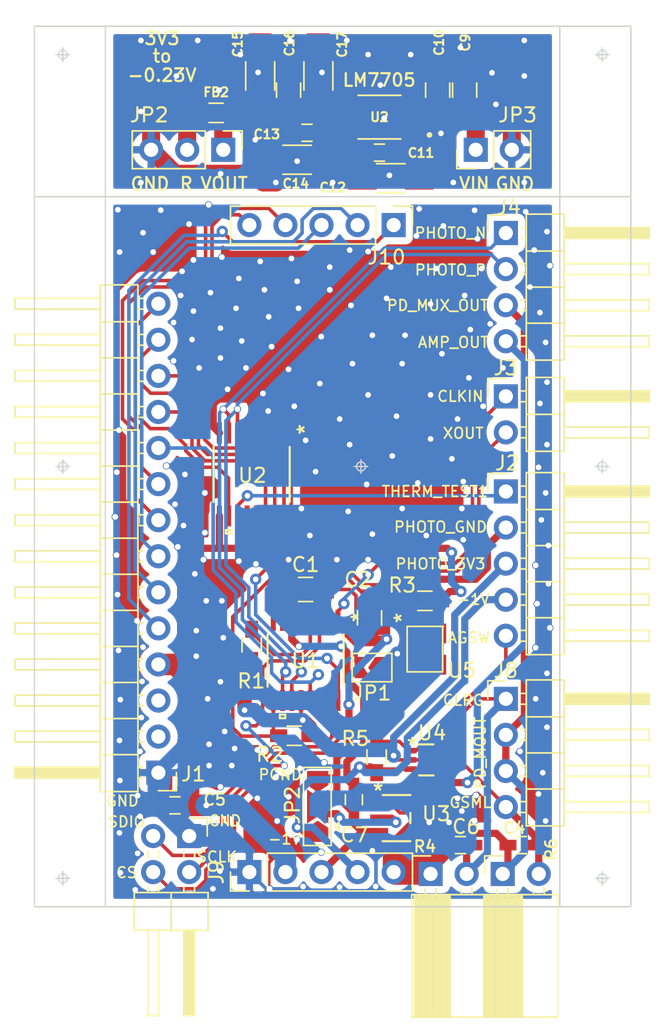
<source format=kicad_pcb>
(kicad_pcb (version 20171130) (host pcbnew "(5.1.6-0-10_14)")
  (layers (0 F.Cu signal) (31 B.Cu signal) (34 B.Paste user) (35 F.Paste user) (36 B.SilkS user) (37 F.SilkS user) (38 B.Mask user) (39 F.Mask user) (44 Edge.Cuts user))
  (net 0 "")
  (net 1 GND)
  (net 2 "Net-(C1-Pad1)")
  (net 3 "Net-(C2-Pad1)")
  (net 4 PD_MUX_OUT)
  (net 5 VCC_LOGIC)
  (net 6 /AMP_OUT)
  (net 7 THERM_WELL)
  (net 8 I2C_SDA)
  (net 9 I2C_SCL)
  (net 10 ADC_DRDY)
  (net 11 PD_REF_PWM)
  (net 12 PD_MUX_GPIO1)
  (net 13 PD_MUX_GPIO2)
  (net 14 PD_MUX_GPIO3)
  (net 15 PD_MUX_GPIO4)
  (net 16 PD_MUX_GPIO5)
  (net 17 THERM_TEST1)
  (net 18 /AMP_GAIN_SW)
  (net 19 DEMOD_SPI_CS)
  (net 20 DEMOD_SPI_SDIO)
  (net 21 DEMOD_SPI_SCLK)
  (net 22 "Net-(R1-Pad1)")
  (net 23 "Net-(R3-Pad1)")
  (net 24 PHOTO_GND)
  (net 25 /GAIN_SMALL)
  (net 26 /GAIN_LARGE)
  (net 27 -1V)
  (net 28 PHOTO_3V3)
  (net 29 XOUT)
  (net 30 CLKIN)
  (net 31 /PHOTO_OUT_P)
  (net 32 /PHOTO_OUT_N)
  (net 33 "Net-(JP1-Pad1)")
  (net 34 "Net-(JP2-Pad2)")
  (net 35 "Net-(C11-Pad2)")
  (net 36 "Net-(C11-Pad1)")
  (net 37 "Net-(C13-Pad2)")
  (net 38 "Net-(C15-Pad2)")
  (net 39 "Net-(FB2-Pad1)")
  (net 40 "Net-(C10-Pad2)")
  (module Capacitors_SMD:C_0805_HandSoldering (layer F.Cu) (at 125.3 71.5 270)
    (fp_text reference C9 (at -3.35 -0.05 90) (layer F.SilkS) (effects (font (size 0.635 0.635))))
    (fp_text value 10uF)
    (pad 2 smd rect (at 1.25 0 270) (size 1.5 1.25) (layers F.Cu F.Paste F.Mask) (net 40 "Net-(C10-Pad2)"))
    (pad 1 smd rect (at -1.25 0 270) (size 1.5 1.25) (layers F.Cu F.Paste F.Mask) (net 1 GND))
  )
  (module Capacitors_SMD:C_0805_HandSoldering (layer F.Cu) (at 123.4 71.5 270)
    (fp_text reference C10 (at -3.35 -0.1 90) (layer F.SilkS) (effects (font (size 0.635 0.635))))
    (fp_text value 10uF)
    (pad 1 smd rect (at -1.25 0 270) (size 1.5 1.25) (layers F.Cu F.Paste F.Mask) (net 1 GND))
    (pad 2 smd rect (at 1.25 0 270) (size 1.5 1.25) (layers F.Cu F.Paste F.Mask) (net 40 "Net-(C10-Pad2)"))
  )
  (module Capacitors_SMD:C_0603_HandSoldering (layer F.Cu) (at 119.3 75.9)
    (fp_text reference C11 (at 2.93 0.02) (layer F.SilkS) (effects (font (size 0.635 0.635))))
    (fp_text value 4.7uF)
    (pad 2 smd rect (at 0.95 0) (size 1.2 0.75) (layers F.Cu F.Paste F.Mask) (net 35 "Net-(C11-Pad2)"))
    (pad 1 smd rect (at -0.95 0) (size 1.2 0.75) (layers F.Cu F.Paste F.Mask) (net 36 "Net-(C11-Pad1)"))
  )
  (module Capacitors_SMD:C_1206_HandSoldering (layer F.Cu) (at 120.1 77.7)
    (fp_text reference C12 (at -4.09 0.65) (layer F.SilkS) (effects (font (size 0.635 0.635))))
    (fp_text value DNP)
    (pad 2 smd rect (at 2 0) (size 2 1.6) (layers F.Cu F.Paste F.Mask) (net 35 "Net-(C11-Pad2)"))
    (pad 1 smd rect (at -2 0) (size 2 1.6) (layers F.Cu F.Paste F.Mask) (net 36 "Net-(C11-Pad1)"))
  )
  (module Capacitors_SMD:C_0603_HandSoldering (layer F.Cu) (at 114.2 74.5)
    (fp_text reference C13 (at -2.83 0.11) (layer F.SilkS) (effects (font (size 0.635 0.635))))
    (fp_text value 4.7uF)
    (pad 1 smd rect (at -0.95 0) (size 1.2 0.75) (layers F.Cu F.Paste F.Mask) (net 1 GND))
    (pad 2 smd rect (at 0.95 0) (size 1.2 0.75) (layers F.Cu F.Paste F.Mask) (net 37 "Net-(C13-Pad2)"))
  )
  (module Capacitors_SMD:C_1206_HandSoldering (layer F.Cu) (at 113.5 76.4)
    (fp_text reference C14 (at -0.09 1.68) (layer F.SilkS) (effects (font (size 0.635 0.635))))
    (fp_text value DNP)
    (pad 1 smd rect (at -2 0) (size 2 1.6) (layers F.Cu F.Paste F.Mask) (net 1 GND))
    (pad 2 smd rect (at 2 0) (size 2 1.6) (layers F.Cu F.Paste F.Mask) (net 37 "Net-(C13-Pad2)"))
  )
  (module Capacitors_SMD:C_1206_HandSoldering (layer F.Cu) (at 110.9 70.5 270)
    (fp_text reference C15 (at -2.25 1.58 90) (layer F.SilkS) (effects (font (size 0.635 0.635))))
    (fp_text value 470nF)
    (pad 2 smd rect (at 2 0 270) (size 2 1.6) (layers F.Cu F.Paste F.Mask) (net 38 "Net-(C15-Pad2)"))
    (pad 1 smd rect (at -2 0 270) (size 2 1.6) (layers F.Cu F.Paste F.Mask) (net 1 GND))
  )
  (module Capacitors_SMD:C_0805_HandSoldering (layer F.Cu) (at 112.9 71.5 270)
    (fp_text reference C16 (at -3.31 -0.06 90) (layer F.SilkS) (effects (font (size 0.635 0.635))))
    (fp_text value 22uF)
    (pad 2 smd rect (at 1.25 0 270) (size 1.5 1.25) (layers F.Cu F.Paste F.Mask) (net 38 "Net-(C15-Pad2)"))
    (pad 1 smd rect (at -1.25 0 270) (size 1.5 1.25) (layers F.Cu F.Paste F.Mask) (net 1 GND))
  )
  (module Capacitors_SMD:C_1206_HandSoldering (layer F.Cu) (at 115 70.5 270)
    (fp_text reference C17 (at -2.22 -1.67 90) (layer F.SilkS) (effects (font (size 0.635 0.635))))
    (fp_text value DNP)
    (pad 1 smd rect (at -2 0 270) (size 2 1.6) (layers F.Cu F.Paste F.Mask) (net 1 GND))
    (pad 2 smd rect (at 2 0 270) (size 2 1.6) (layers F.Cu F.Paste F.Mask) (net 38 "Net-(C15-Pad2)"))
  )
  (module Resistors_SMD:R_0603_HandSoldering (layer F.Cu) (at 107.8 73.1)
    (fp_text reference FB2 (at 0 -1.45) (layer F.SilkS) (effects (font (size 0.635 0.635))))
    (fp_text value 120@100MHz)
    (pad 2 smd rect (at 1.1 0) (size 1.2 0.9) (layers F.Cu F.Paste F.Mask) (net 38 "Net-(C15-Pad2)"))
    (pad 1 smd rect (at -1.1 0) (size 1.2 0.9) (layers F.Cu F.Paste F.Mask) (net 39 "Net-(FB2-Pad1)"))
  )
  (module Pin_Headers:Pin_Header_Straight_1x03_Pitch2.54mm (layer F.Cu) (at 108.3 75.7 270)
    (fp_text reference JP2 (at -2.45 5.22 180) (layer F.SilkS))
    (fp_text value Conn_01x03_Male)
    (pad 1 thru_hole rect (at 0 0 270) (size 1.7 1.7) (drill 1) (layers *.Cu *.Mask) (net 38 "Net-(C15-Pad2)"))
    (pad 2 thru_hole oval (at 0 2.54 270) (size 1.7 1.7) (drill 1) (layers *.Cu *.Mask) (net 39 "Net-(FB2-Pad1)"))
    (pad 3 thru_hole oval (at 0 5.08 270) (size 1.7 1.7) (drill 1) (layers *.Cu *.Mask) (net 1 GND))
  )
  (module Ninja-qPCR:LM7705MMX-NOPB (layer F.Cu) (at 119.3 73.4 180)
    (fp_text reference U2 (at 0 0) (layer F.SilkS) (effects (font (size 0.64 0.64))))
    (fp_text value LM7705MMX_NOPB hide)
    (pad 8 smd rect (at 2.15 -0.975 180) (size 1.47 0.48) (layers F.Cu F.Paste F.Mask) (net 36 "Net-(C11-Pad1)"))
    (pad 7 smd rect (at 2.15 -0.325 180) (size 1.47 0.48) (layers F.Cu F.Paste F.Mask) (net 37 "Net-(C13-Pad2)"))
    (pad 6 smd rect (at 2.15 0.325 180) (size 1.47 0.48) (layers F.Cu F.Paste F.Mask) (net 38 "Net-(C15-Pad2)"))
    (pad 5 smd rect (at 2.15 0.975 180) (size 1.47 0.48) (layers F.Cu F.Paste F.Mask) (net 1 GND))
    (pad 4 smd rect (at -2.15 0.975 180) (size 1.47 0.48) (layers F.Cu F.Paste F.Mask) (net 40 "Net-(C10-Pad2)"))
    (pad 3 smd rect (at -2.15 0.325 180) (size 1.47 0.48) (layers F.Cu F.Paste F.Mask) (net 1 GND))
    (pad 2 smd rect (at -2.15 -0.325 180) (size 1.47 0.48) (layers F.Cu F.Paste F.Mask) (net 1 GND))
    (pad 1 smd rect (at -2.15 -0.975 180) (size 1.47 0.48) (layers F.Cu F.Paste F.Mask) (net 35 "Net-(C11-Pad2)"))
  )
  (module Pin_Headers:Pin_Header_Straight_1x02_Pitch2.54mm (layer F.Cu) (at 126.08 75.7 90)
    (fp_text reference JP3 (at 2.45 2.95 180) (layer F.SilkS))
    (fp_text value Conn_01x02_Male)
    (pad 2 thru_hole oval (at 0 2.54 90) (size 1.7 1.7) (drill 1) (layers *.Cu *.Mask) (net 1 GND))
    (pad 1 thru_hole rect (at 0 0 90) (size 1.7 1.7) (drill 1) (layers *.Cu *.Mask) (net 40 "Net-(C10-Pad2)"))
  )
  (module Ninja-qPCR:ADS1219IPWR (layer F.Cu) (at 110.3 98.56 270)
    (fp_text reference U2 (at 0.07 -0.05 180) (layer F.SilkS))
    (fp_text value ADS1219IPWR hide)
    (fp_text user * (at -3.175 -3.773601 90) (layer F.SilkS))
    (fp_text user * (at -3.175 -3.773601 90) (layer F.SilkS))
    (pad 16 smd rect (at 2.921 -2.274999 270) (size 1.4732 0.3556) (layers F.Cu F.Paste F.Mask) (net 9 I2C_SCL))
    (pad 15 smd rect (at 2.921 -1.624998 270) (size 1.4732 0.3556) (layers F.Cu F.Paste F.Mask) (net 8 I2C_SDA))
    (pad 14 smd rect (at 2.921 -0.974999 270) (size 1.4732 0.3556) (layers F.Cu F.Paste F.Mask) (net 10 ADC_DRDY))
    (pad 13 smd rect (at 2.921 -0.324998 270) (size 1.4732 0.3556) (layers F.Cu F.Paste F.Mask) (net 5 VCC_LOGIC))
    (pad 12 smd rect (at 2.921 0.325001 270) (size 1.4732 0.3556) (layers F.Cu F.Paste F.Mask) (net 5 VCC_LOGIC))
    (pad 11 smd rect (at 2.921 0.974999 270) (size 1.4732 0.3556) (layers F.Cu F.Paste F.Mask) (net 17 THERM_TEST1))
    (pad 10 smd rect (at 2.921 1.625001 270) (size 1.4732 0.3556) (layers F.Cu F.Paste F.Mask) (net 7 THERM_WELL))
    (pad 9 smd rect (at 2.921 2.274999 270) (size 1.4732 0.3556) (layers F.Cu F.Paste F.Mask) (net 5 VCC_LOGIC))
    (pad 8 smd rect (at -2.921 2.274999 270) (size 1.4732 0.3556) (layers F.Cu F.Paste F.Mask) (net 1 GND))
    (pad 7 smd rect (at -2.921 1.624998 270) (size 1.4732 0.3556) (layers F.Cu F.Paste F.Mask) (net 32 /PHOTO_OUT_N))
    (pad 6 smd rect (at -2.921 0.974999 270) (size 1.4732 0.3556) (layers F.Cu F.Paste F.Mask) (net 31 /PHOTO_OUT_P))
    (pad 5 smd rect (at -2.921 0.324998 270) (size 1.4732 0.3556) (layers F.Cu F.Paste F.Mask) (net 1 GND))
    (pad 4 smd rect (at -2.921 -0.325001 270) (size 1.4732 0.3556) (layers F.Cu F.Paste F.Mask) (net 1 GND))
    (pad 3 smd rect (at -2.921 -0.974999 270) (size 1.4732 0.3556) (layers F.Cu F.Paste F.Mask) (net 5 VCC_LOGIC))
    (pad 2 smd rect (at -2.921 -1.625001 270) (size 1.4732 0.3556) (layers F.Cu F.Paste F.Mask) (net 1 GND))
    (pad 1 smd rect (at -2.921 -2.274999 270) (size 1.4732 0.3556) (layers F.Cu F.Paste F.Mask) (net 1 GND))
  )
  (module Capacitors_SMD:C_0805_HandSoldering (layer F.Cu) (at 114.1 106.66)
    (fp_text reference C1 (at 0 -1.75) (layer F.SilkS))
    (fp_text value 1uF)
    (pad 2 smd rect (at 1.25 0) (size 1.5 1.25) (layers F.Cu F.Paste F.Mask) (net 24 PHOTO_GND))
    (pad 1 smd rect (at -1.25 0) (size 1.5 1.25) (layers F.Cu F.Paste F.Mask) (net 2 "Net-(C1-Pad1)"))
  )
  (module Capacitors_SMD:C_0603_HandSoldering (layer F.Cu) (at 129.3 124.66 180)
    (fp_text reference C4 (at 0.5 1.2) (layer F.SilkS) (effects (font (size 0.8 0.8))))
    (fp_text value 22pF)
    (pad 1 smd rect (at -0.95 0 180) (size 1.2 0.75) (layers F.Cu F.Paste F.Mask) (net 25 /GAIN_SMALL))
    (pad 2 smd rect (at 0.95 0 180) (size 1.2 0.75) (layers F.Cu F.Paste F.Mask) (net 4 PD_MUX_OUT))
  )
  (module Capacitors_SMD:C_0603_HandSoldering (layer F.Cu) (at 104.9 121.86 180)
    (fp_text reference C5 (at -2.8 0.4) (layer F.SilkS) (effects (font (size 0.8 0.8))))
    (fp_text value 0.1uF)
    (pad 2 smd rect (at 0.95 0 180) (size 1.2 0.75) (layers F.Cu F.Paste F.Mask) (net 1 GND))
    (pad 1 smd rect (at -0.95 0 180) (size 1.2 0.75) (layers F.Cu F.Paste F.Mask) (net 5 VCC_LOGIC))
  )
  (module Capacitors_SMD:C_0603_HandSoldering (layer F.Cu) (at 125 124.66 180)
    (fp_text reference C6 (at -0.4 1.3) (layer F.SilkS))
    (fp_text value 22pF)
    (pad 1 smd rect (at -0.95 0 180) (size 1.2 0.75) (layers F.Cu F.Paste F.Mask) (net 26 /GAIN_LARGE))
    (pad 2 smd rect (at 0.95 0 180) (size 1.2 0.75) (layers F.Cu F.Paste F.Mask) (net 4 PD_MUX_OUT))
  )
  (module Capacitors_SMD:C_0603_HandSoldering (layer F.Cu) (at 117.5 121.46 90)
    (fp_text reference C7 (at -2.49 0.03 180) (layer F.SilkS))
    (fp_text value 0.1uF)
    (pad 2 smd rect (at 0.95 0 90) (size 1.2 0.75) (layers F.Cu F.Paste F.Mask) (net 6 /AMP_OUT))
    (pad 1 smd rect (at -0.95 0 90) (size 1.2 0.75) (layers F.Cu F.Paste F.Mask) (net 24 PHOTO_GND))
  )
  (module Resistors_SMD:R_0603_HandSoldering (layer F.Cu) (at 110.3 110.56 270)
    (fp_text reference R1 (at 2.55 0.03 180) (layer F.SilkS))
    (fp_text value 10K)
    (pad 2 smd rect (at 1.1 0 270) (size 1.2 0.9) (layers F.Cu F.Paste F.Mask) (net 28 PHOTO_3V3))
    (pad 1 smd rect (at -1.1 0 270) (size 1.2 0.9) (layers F.Cu F.Paste F.Mask) (net 22 "Net-(R1-Pad1)"))
  )
  (module Resistors_SMD:R_0603_HandSoldering (layer F.Cu) (at 113.3 116.96)
    (fp_text reference R2 (at -1.72 1.32) (layer F.SilkS))
    (fp_text value 10K)
    (pad 1 smd rect (at -1.1 0) (size 1.2 0.9) (layers F.Cu F.Paste F.Mask) (net 3 "Net-(C2-Pad1)"))
    (pad 2 smd rect (at 1.1 0) (size 1.2 0.9) (layers F.Cu F.Paste F.Mask) (net 28 PHOTO_3V3))
  )
  (module Resistors_SMD:R_0603_HandSoldering (layer F.Cu) (at 122.5 107.46)
    (fp_text reference R3 (at -1.6 -1.1) (layer F.SilkS))
    (fp_text value 10K)
    (pad 2 smd rect (at 1.1 0) (size 1.2 0.9) (layers F.Cu F.Paste F.Mask) (net 5 VCC_LOGIC))
    (pad 1 smd rect (at -1.1 0) (size 1.2 0.9) (layers F.Cu F.Paste F.Mask) (net 23 "Net-(R3-Pad1)"))
  )
  (module Ninja-qPCR:ADA2200ARUZ (layer F.Cu) (at 114.1 111.66 270)
    (fp_text reference U1 (at 0.02 0 180) (layer F.SilkS))
    (fp_text value ADA2200ARUZ hide)
    (fp_text user * (at -3.0734 -3.773601 90) (layer F.SilkS))
    (fp_text user * (at -3.0734 -3.773601 90) (layer F.SilkS))
    (pad 16 smd rect (at 2.8194 -2.274999 270) (size 1.4732 0.3556) (layers F.Cu F.Paste F.Mask) (net 29 XOUT))
    (pad 15 smd rect (at 2.8194 -1.624998 270) (size 1.4732 0.3556) (layers F.Cu F.Paste F.Mask) (net 21 DEMOD_SPI_SCLK))
    (pad 14 smd rect (at 2.8194 -0.974999 270) (size 1.4732 0.3556) (layers F.Cu F.Paste F.Mask) (net 20 DEMOD_SPI_SDIO))
    (pad 13 smd rect (at 2.8194 -0.324998 270) (size 1.4732 0.3556) (layers F.Cu F.Paste F.Mask) (net 11 PD_REF_PWM))
    (pad 12 smd rect (at 2.8194 0.325001 270) (size 1.4732 0.3556) (layers F.Cu F.Paste F.Mask) (net 28 PHOTO_3V3))
    (pad 11 smd rect (at 2.8194 0.974999 270) (size 1.4732 0.3556) (layers F.Cu F.Paste F.Mask) (net 31 /PHOTO_OUT_P))
    (pad 10 smd rect (at 2.8194 1.625001 270) (size 1.4732 0.3556) (layers F.Cu F.Paste F.Mask) (net 32 /PHOTO_OUT_N))
    (pad 9 smd rect (at 2.8194 2.274999 270) (size 1.4732 0.3556) (layers F.Cu F.Paste F.Mask) (net 3 "Net-(C2-Pad1)"))
    (pad 8 smd rect (at -2.8194 2.274999 270) (size 1.4732 0.3556) (layers F.Cu F.Paste F.Mask) (net 2 "Net-(C1-Pad1)"))
    (pad 7 smd rect (at -2.8194 1.624998 270) (size 1.4732 0.3556) (layers F.Cu F.Paste F.Mask) (net 24 PHOTO_GND))
    (pad 6 smd rect (at -2.8194 0.974999 270) (size 1.4732 0.3556) (layers F.Cu F.Paste F.Mask) (net 6 /AMP_OUT))
    (pad 5 smd rect (at -2.8194 0.324998 270) (size 1.4732 0.3556) (layers F.Cu F.Paste F.Mask) (net 24 PHOTO_GND))
    (pad 4 smd rect (at -2.8194 -0.325001 270) (size 1.4732 0.3556) (layers F.Cu F.Paste F.Mask) (net 22 "Net-(R1-Pad1)"))
    (pad 3 smd rect (at -2.8194 -0.974999 270) (size 1.4732 0.3556) (layers F.Cu F.Paste F.Mask) (net 19 DEMOD_SPI_CS))
    (pad 2 smd rect (at -2.8194 -1.625001 270) (size 1.4732 0.3556) (layers F.Cu F.Paste F.Mask))
    (pad 1 smd rect (at -2.8194 -2.274999 270) (size 1.4732 0.3556) (layers F.Cu F.Paste F.Mask) (net 30 CLKIN))
  )
  (module Pin_Headers:Pin_Header_Angled_1x14_Pitch2.54mm (layer F.Cu) (at 103.73 119.56 180)
    (fp_text reference J1 (at -2.47 -0.1) (layer F.SilkS))
    (fp_text value Conn_01x14_Male)
    (pad 14 thru_hole oval (at 0 33.02 180) (size 1.7 1.7) (drill 1) (layers *.Cu *.Mask) (net 7 THERM_WELL))
    (pad 13 thru_hole oval (at 0 30.48 180) (size 1.7 1.7) (drill 1) (layers *.Cu *.Mask) (net 8 I2C_SDA))
    (pad 12 thru_hole oval (at 0 27.94 180) (size 1.7 1.7) (drill 1) (layers *.Cu *.Mask) (net 9 I2C_SCL))
    (pad 11 thru_hole oval (at 0 25.4 180) (size 1.7 1.7) (drill 1) (layers *.Cu *.Mask) (net 10 ADC_DRDY))
    (pad 10 thru_hole oval (at 0 22.86 180) (size 1.7 1.7) (drill 1) (layers *.Cu *.Mask) (net 11 PD_REF_PWM))
    (pad 9 thru_hole oval (at 0 20.32 180) (size 1.7 1.7) (drill 1) (layers *.Cu *.Mask) (net 12 PD_MUX_GPIO1))
    (pad 8 thru_hole oval (at 0 17.78 180) (size 1.7 1.7) (drill 1) (layers *.Cu *.Mask) (net 13 PD_MUX_GPIO2))
    (pad 7 thru_hole oval (at 0 15.24 180) (size 1.7 1.7) (drill 1) (layers *.Cu *.Mask) (net 14 PD_MUX_GPIO3))
    (pad 6 thru_hole oval (at 0 12.7 180) (size 1.7 1.7) (drill 1) (layers *.Cu *.Mask) (net 15 PD_MUX_GPIO4))
    (pad 5 thru_hole oval (at 0 10.16 180) (size 1.7 1.7) (drill 1) (layers *.Cu *.Mask) (net 16 PD_MUX_GPIO5))
    (pad 4 thru_hole oval (at 0 7.62 180) (size 1.7 1.7) (drill 1) (layers *.Cu *.Mask) (net 5 VCC_LOGIC))
    (pad 3 thru_hole oval (at 0 5.08 180) (size 1.7 1.7) (drill 1) (layers *.Cu *.Mask))
    (pad 2 thru_hole oval (at 0 2.54 180) (size 1.7 1.7) (drill 1) (layers *.Cu *.Mask))
    (pad 1 thru_hole rect (at 0 0 180) (size 1.7 1.7) (drill 1) (layers *.Cu *.Mask) (net 1 GND))
  )
  (module Socket_Strips:Socket_Strip_Angled_1x02_Pitch2.54mm (layer F.Cu) (at 127.98 126.69 90)
    (fp_text reference R6 (at 1.73 3.42 90) (layer F.SilkS) (effects (font (size 0.8 0.8))))
    (fp_text value R)
    (pad 1 thru_hole rect (at 0 0 90) (size 1.7 1.7) (drill 1) (layers *.Cu *.Mask) (net 4 PD_MUX_OUT))
    (pad 2 thru_hole oval (at 0 2.54 90) (size 1.7 1.7) (drill 1) (layers *.Cu *.Mask) (net 25 /GAIN_SMALL))
  )
  (module Pin_Headers:Pin_Header_Angled_2x02_Pitch2.54mm (layer F.Cu) (at 105.9 124.02 270)
    (fp_text reference JSPI1 hide)
    (fp_text value Conn_01x04_Male)
    (pad 4 thru_hole oval (at 2.54 2.54 270) (size 1.7 1.7) (drill 1) (layers *.Cu *.Mask) (net 19 DEMOD_SPI_CS))
    (pad 3 thru_hole oval (at 0 2.54 270) (size 1.7 1.7) (drill 1) (layers *.Cu *.Mask) (net 20 DEMOD_SPI_SDIO))
    (pad 2 thru_hole oval (at 2.54 0 270) (size 1.7 1.7) (drill 1) (layers *.Cu *.Mask) (net 21 DEMOD_SPI_SCLK))
    (pad 1 thru_hole rect (at 0 0 270) (size 1.7 1.7) (drill 1) (layers *.Cu *.Mask) (net 1 GND))
  )
  (module Capacitors_SMD:C_0805_HandSoldering (layer F.Cu) (at 118.6 108.66 270)
    (fp_text reference C2 (at -2.7 0.8 180) (layer F.SilkS))
    (fp_text value 10uF)
    (pad 2 smd rect (at 1.25 0 270) (size 1.5 1.25) (layers F.Cu F.Paste F.Mask) (net 24 PHOTO_GND))
    (pad 1 smd rect (at -1.25 0 270) (size 1.5 1.25) (layers F.Cu F.Paste F.Mask) (net 3 "Net-(C2-Pad1)"))
  )
  (module Pin_Headers:Pin_Header_Angled_1x05_Pitch2.54mm (layer F.Cu) (at 128.2 99.76)
    (fp_text reference J2 (at 0.1 -2) (layer F.SilkS))
    (fp_text value Conn_01x05_Male)
    (pad 5 thru_hole oval (at 0 10.16) (size 1.7 1.7) (drill 1) (layers *.Cu *.Mask) (net 18 /AMP_GAIN_SW))
    (pad 4 thru_hole oval (at 0 7.62) (size 1.7 1.7) (drill 1) (layers *.Cu *.Mask) (net 27 -1V))
    (pad 3 thru_hole oval (at 0 5.08) (size 1.7 1.7) (drill 1) (layers *.Cu *.Mask) (net 28 PHOTO_3V3))
    (pad 2 thru_hole oval (at 0 2.54) (size 1.7 1.7) (drill 1) (layers *.Cu *.Mask) (net 24 PHOTO_GND))
    (pad 1 thru_hole rect (at 0 0) (size 1.7 1.7) (drill 1) (layers *.Cu *.Mask) (net 17 THERM_TEST1))
  )
  (module Pin_Headers:Pin_Header_Angled_1x02_Pitch2.54mm (layer F.Cu) (at 128.2 93.06)
    (fp_text reference J3 (at 0 -2) (layer F.SilkS))
    (fp_text value Conn_01x02_Male)
    (pad 2 thru_hole oval (at 0 2.54) (size 1.7 1.7) (drill 1) (layers *.Cu *.Mask) (net 29 XOUT))
    (pad 1 thru_hole rect (at 0 0) (size 1.7 1.7) (drill 1) (layers *.Cu *.Mask) (net 30 CLKIN))
  )
  (module Pin_Headers:Pin_Header_Angled_1x04_Pitch2.54mm (layer F.Cu) (at 128.2 114.36)
    (fp_text reference J8 (at 0 -2) (layer F.SilkS))
    (fp_text value Conn_01x04_Male)
    (pad 4 thru_hole oval (at 0 7.62) (size 1.7 1.7) (drill 1) (layers *.Cu *.Mask) (net 25 /GAIN_SMALL))
    (pad 3 thru_hole oval (at 0 5.08) (size 1.7 1.7) (drill 1) (layers *.Cu *.Mask) (net 4 PD_MUX_OUT))
    (pad 2 thru_hole oval (at 0 2.54) (size 1.7 1.7) (drill 1) (layers *.Cu *.Mask) (net 4 PD_MUX_OUT))
    (pad 1 thru_hole rect (at 0 0) (size 1.7 1.7) (drill 1) (layers *.Cu *.Mask) (net 26 /GAIN_LARGE))
  )
  (module Pin_Headers:Pin_Header_Straight_1x05_Pitch2.54mm (layer F.Cu) (at 110.138 126.56 90)
    (fp_text reference J9 (at 0 -2.33 90) (layer F.SilkS))
    (fp_text value Conn_01x05_Female)
    (pad 5 thru_hole oval (at 0 10.16 90) (size 1.7 1.7) (drill 1) (layers *.Cu *.Mask) (net 4 PD_MUX_OUT))
    (pad 4 thru_hole oval (at 0 7.62 90) (size 1.7 1.7) (drill 1) (layers *.Cu *.Mask) (net 27 -1V))
    (pad 3 thru_hole oval (at 0 5.08 90) (size 1.7 1.7) (drill 1) (layers *.Cu *.Mask) (net 24 PHOTO_GND))
    (pad 2 thru_hole oval (at 0 2.54 90) (size 1.7 1.7) (drill 1) (layers *.Cu *.Mask) (net 5 VCC_LOGIC))
    (pad 1 thru_hole rect (at 0 0 90) (size 1.7 1.7) (drill 1) (layers *.Cu *.Mask) (net 1 GND))
  )
  (module Pin_Headers:Pin_Header_Straight_1x05_Pitch2.54mm (layer F.Cu) (at 120.298 81 270)
    (fp_text reference J10 (at 2.26 0.498 180) (layer F.SilkS))
    (fp_text value Conn_01x05_Female)
    (pad 1 thru_hole rect (at 0 0 270) (size 1.7 1.7) (drill 1) (layers *.Cu *.Mask) (net 16 PD_MUX_GPIO5))
    (pad 2 thru_hole oval (at 0 2.54 270) (size 1.7 1.7) (drill 1) (layers *.Cu *.Mask) (net 15 PD_MUX_GPIO4))
    (pad 3 thru_hole oval (at 0 5.08 270) (size 1.7 1.7) (drill 1) (layers *.Cu *.Mask) (net 14 PD_MUX_GPIO3))
    (pad 4 thru_hole oval (at 0 7.62 270) (size 1.7 1.7) (drill 1) (layers *.Cu *.Mask) (net 13 PD_MUX_GPIO2))
    (pad 5 thru_hole oval (at 0 10.16 270) (size 1.7 1.7) (drill 1) (layers *.Cu *.Mask) (net 12 PD_MUX_GPIO1))
  )
  (module Socket_Strips:Socket_Strip_Angled_1x02_Pitch2.54mm (layer F.Cu) (at 122.9 126.69 90)
    (fp_text reference R4 (at 1.93 -0.4 180) (layer F.SilkS) (effects (font (size 0.8 0.8))))
    (fp_text value R)
    (pad 1 thru_hole rect (at 0 0 90) (size 1.7 1.7) (drill 1) (layers *.Cu *.Mask) (net 4 PD_MUX_OUT))
    (pad 2 thru_hole oval (at 0 2.54 90) (size 1.7 1.7) (drill 1) (layers *.Cu *.Mask) (net 26 /GAIN_LARGE))
  )
  (module Ninja-qPCR:AD8605ARTZ-R2 (layer F.Cu) (at 120.5 122.76)
    (fp_text reference U3 (at 2.8 -0.3) (layer F.SilkS))
    (fp_text value AD8605ARTZ-R2 hide)
    (fp_text user * (at -1.3 -1.9) (layer F.SilkS))
    (fp_text user * (at -1.3 -1.9) (layer F.SilkS))
    (pad 5 smd rect (at 1.2192 -0.950001) (size 1.27 0.508) (layers F.Cu F.Paste F.Mask) (net 28 PHOTO_3V3))
    (pad 4 smd rect (at 1.2192 0.950001) (size 1.27 0.508) (layers F.Cu F.Paste F.Mask) (net 4 PD_MUX_OUT))
    (pad 3 smd rect (at -1.2192 0.950001) (size 1.27 0.508) (layers F.Cu F.Paste F.Mask) (net 24 PHOTO_GND))
    (pad 2 smd rect (at -1.2192 0) (size 1.27 0.508) (layers F.Cu F.Paste F.Mask) (net 34 "Net-(JP2-Pad2)"))
    (pad 1 smd rect (at -1.2192 -0.950001) (size 1.27 0.508) (layers F.Cu F.Paste F.Mask) (net 6 /AMP_OUT))
  )
  (module Ninja-qPCR:TS5A9411DCKR (layer F.Cu) (at 122.6 118.66)
    (fp_text reference U4 (at 0.4 -1.9) (layer F.SilkS))
    (fp_text value TS5A9411DCKR hide)
    (fp_text user * (at -1 -1) (layer F.SilkS))
    (pad 1 smd rect (at -1.124999 -0.650001 90) (size 0.399999 0.850001) (layers F.Cu F.Paste F.Mask) (net 18 /AMP_GAIN_SW))
    (pad 2 smd rect (at -1.124999 0 90) (size 0.399999 0.850001) (layers F.Cu F.Paste F.Mask) (net 28 PHOTO_3V3))
    (pad 3 smd rect (at -1.124999 0.649999 90) (size 0.399999 0.850001) (layers F.Cu F.Paste F.Mask) (net 27 -1V))
    (pad 4 smd rect (at 1.125002 0.649999 90) (size 0.399999 0.850001) (layers F.Cu F.Paste F.Mask) (net 26 /GAIN_LARGE))
    (pad 5 smd rect (at 1.125002 0 90) (size 0.399999 0.850001) (layers F.Cu F.Paste F.Mask) (net 6 /AMP_OUT))
    (pad 6 smd rect (at 1.125002 -0.650001 90) (size 0.399999 0.850001) (layers F.Cu F.Paste F.Mask) (net 25 /GAIN_SMALL))
  )
  (module Ninja-qPCR:COM1305-0.032768-EXT-T-TR (layer F.Cu) (at 122.5 110.86 270)
    (fp_text reference U5 (at 1.5 -2.6 180) (layer F.SilkS))
    (fp_text value COM1305-0.032768-EXT-T-TR)
    (fp_text user * (at -2.2 1.6 90) (layer F.SilkS))
    (pad 1 smd rect (at -1.1 0.8 270) (size 1.4 1.4) (layers F.Cu F.Paste F.Mask) (net 23 "Net-(R3-Pad1)"))
    (pad 2 smd rect (at 1.1 0.8 270) (size 1.4 1.4) (layers F.Cu F.Paste F.Mask) (net 1 GND))
    (pad 3 smd rect (at 1.1 -0.8 270) (size 1.4 1.4) (layers F.Cu F.Paste F.Mask) (net 33 "Net-(JP1-Pad1)"))
    (pad 4 smd rect (at -1.1 -0.8 270) (size 1.4 1.4) (layers F.Cu F.Paste F.Mask) (net 5 VCC_LOGIC))
  )
  (module Jumper:SolderJumper-2_P1.3mm_Open_TrianglePad1.0x1.5mm (layer F.Cu) (at 118.775 112.16 180)
    (fp_text reference JP1 (at 0 -1.8) (layer F.SilkS))
    (fp_text value Jumper)
    (pad 2 smd custom (at 0.725 0 180) (size 0.3 0.3) (layers F.Cu F.Mask) (net 30 CLKIN) (options (clearance outline) (anchor rect)) (primitives (gr_poly (pts (xy -0.65 -0.75) (xy 0.5 -0.75) (xy 0.5 0.75) (xy -0.65 0.75) (xy -0.15 0)) (width 0))))
    (pad 1 smd custom (at -0.725 0 180) (size 0.3 0.3) (layers F.Cu F.Mask) (net 33 "Net-(JP1-Pad1)") (options (clearance outline) (anchor rect)) (primitives (gr_poly (pts (xy -0.5 -0.75) (xy 0.5 -0.75) (xy 1 0) (xy 0.5 0.75) (xy -0.5 0.75)) (width 0))))
  )
  (module Resistors_SMD:R_0603_HandSoldering (layer F.Cu) (at 119.1 118.46 270)
    (fp_text reference R5 (at -1.3 1.5 180) (layer F.SilkS))
    (fp_text value 10K)
    (pad 2 smd rect (at 1.1 0 270) (size 1.2 0.9) (layers F.Cu F.Paste F.Mask) (net 27 -1V))
    (pad 1 smd rect (at -1.1 0 270) (size 1.2 0.9) (layers F.Cu F.Paste F.Mask) (net 18 /AMP_GAIN_SW))
  )
  (module Pin_Headers:Pin_Header_Angled_1x04_Pitch2.54mm (layer F.Cu) (at 128.2 81.56)
    (fp_text reference J4 (at 0.2 -1.8) (layer F.SilkS))
    (fp_text value Conn_01x04_Male)
    (pad 4 thru_hole oval (at 0 7.62) (size 1.7 1.7) (drill 1) (layers *.Cu *.Mask) (net 6 /AMP_OUT))
    (pad 3 thru_hole oval (at 0 5.08) (size 1.7 1.7) (drill 1) (layers *.Cu *.Mask) (net 4 PD_MUX_OUT))
    (pad 2 thru_hole oval (at 0 2.54) (size 1.7 1.7) (drill 1) (layers *.Cu *.Mask) (net 31 /PHOTO_OUT_P))
    (pad 1 thru_hole rect (at 0 0) (size 1.7 1.7) (drill 1) (layers *.Cu *.Mask) (net 32 /PHOTO_OUT_N))
  )
  (module Jumper:SolderJumper-3_P2.0mm_Open_TrianglePad1.0x1.5mm (layer F.Cu) (at 114.95 121.94 90)
    (fp_text reference JP2 (at 0.09 -1.775 90) (layer F.SilkS))
    (fp_text value SolderJumper_3_Open)
    (pad 1 smd custom (at -2 0 90) (size 0.3 0.3) (layers F.Cu F.Mask) (net 27 -1V) (options (clearance outline) (anchor rect)) (primitives (gr_poly (pts (xy -0.5 -0.75) (xy 0.5 -0.75) (xy 1 0) (xy 0.5 0.75) (xy -0.5 0.75)) (width 0))))
    (pad 2 smd custom (at 0 0 90) (size 0.3 0.3) (layers F.Cu) (net 34 "Net-(JP2-Pad2)") (options (clearance outline) (anchor rect)) (primitives (gr_poly (pts (xy -1.2 -0.75) (xy 1.2 -0.75) (xy 0.7 0) (xy 1.2 0.75) (xy -1.2 0.75) (xy -0.7 0)) (width 0))))
    (pad 3 smd custom (at 2 0 270) (size 0.3 0.3) (layers F.Cu F.Mask) (net 24 PHOTO_GND) (options (clearance outline) (anchor rect)) (primitives (gr_poly (pts (xy -0.5 -0.75) (xy 0.5 -0.75) (xy 1 0) (xy 0.5 0.75) (xy -0.5 0.75)) (width 0))))
  )
  (gr_line (start 100 129) (end 100 67) (layer Edge.Cuts) (width 0.1))
  (gr_line (start 132 67) (end 132 129) (layer Edge.Cuts) (width 0.1))
  (gr_line (start 137 79) (end 95 79) (layer Edge.Cuts) (width 0.1))
  (gr_line (start 137 129) (end 137 67) (layer Edge.Cuts) (width 0.1))
  (gr_line (start 95 129) (end 137 129) (layer Edge.Cuts) (width 0.1))
  (gr_line (start 95 67) (end 95 129) (layer Edge.Cuts) (width 0.1))
  (gr_line (start 137 67) (end 95 67) (layer Edge.Cuts) (width 0.1))
  (target plus (at 118 98) (size 0.95) (width 0.1) (layer Edge.Cuts))
  (target plus (at 97 98) (size 0.95) (width 0.1) (layer Edge.Cuts))
  (target plus (at 135 98) (size 0.95) (width 0.1) (layer Edge.Cuts))
  (target plus (at 135 127) (size 0.95) (width 0.1) (layer Edge.Cuts))
  (target plus (at 97 127) (size 0.95) (width 0.1) (layer Edge.Cuts))
  (target plus (at 97 69) (size 0.95) (width 0.1) (layer Edge.Cuts))
  (target plus (at 135 69) (size 0.95) (width 0.1) (layer Edge.Cuts))
  (gr_text -0.23V (at 103.99 70.45) (layer F.SilkS) (effects (font (size 0.889 0.889) (thickness 0.15875))))
  (gr_text to (at 103.99 69.1) (layer F.SilkS) (effects (font (size 0.889 0.889) (thickness 0.15875))))
  (gr_text 3V3 (at 103.99 67.86) (layer F.SilkS) (effects (font (size 0.889 0.889) (thickness 0.15875))))
  (gr_text LM7705 (at 119.28 70.79) (layer F.SilkS) (effects (font (size 0.889 0.889) (thickness 0.15875))))
  (gr_text VOUT (at 108.36 78.1) (layer F.SilkS) (effects (font (size 0.889 0.889) (thickness 0.15875))))
  (gr_text R (at 105.7 78.1) (layer F.SilkS) (effects (font (size 0.889 0.889) (thickness 0.15875))))
  (gr_text GND (at 103.14 78.1) (layer F.SilkS) (effects (font (size 0.889 0.889) (thickness 0.15875))))
  (gr_text VIN (at 125.98 78.1) (layer F.SilkS) (effects (font (size 0.889 0.889) (thickness 0.15875))))
  (gr_text GND (at 128.84 78.1) (layer F.SilkS) (effects (font (size 0.889 0.889) (thickness 0.15875))))
  (gr_text PGND (at 112.31 119.7) (layer F.SilkS) (effects (font (size 0.75 0.75) (thickness 0.125))))
  (gr_text -1V (at 112.61 124.23) (layer F.SilkS) (effects (font (size 0.75 0.75) (thickness 0.125))))
  (gr_text GSML (at 125.7 121.66) (layer F.SilkS) (effects (font (size 0.75 0.75) (thickness 0.125))))
  (gr_text PD_MOUT (at 126.4 118.16 90) (layer F.SilkS) (effects (font (size 0.75 0.75) (thickness 0.125))))
  (gr_text GLRG (at 125.2 114.46) (layer F.SilkS) (effects (font (size 0.75 0.75) (thickness 0.125))))
  (gr_text AGSW (at 125.6 110.06) (layer F.SilkS) (effects (font (size 0.75 0.75) (thickness 0.125))))
  (gr_text -1V (at 125.9 107.36) (layer F.SilkS) (effects (font (size 0.75 0.75) (thickness 0.125))))
  (gr_text PHOTO_3V3 (at 123.6 104.86) (layer F.SilkS) (effects (font (size 0.75 0.75) (thickness 0.125))))
  (gr_text PHOTO_GND (at 123.6 102.26) (layer F.SilkS) (effects (font (size 0.75 0.75) (thickness 0.125))))
  (gr_text THERM_TEST1 (at 123.2 99.76) (layer F.SilkS) (effects (font (size 0.75 0.75) (thickness 0.125))))
  (gr_text XOUT (at 125.2 95.66) (layer F.SilkS) (effects (font (size 0.75 0.75) (thickness 0.125))))
  (gr_text CLKIN (at 125 93.06) (layer F.SilkS) (effects (font (size 0.75 0.75) (thickness 0.125))))
  (gr_text AMP_OUT (at 124.5 89.26) (layer F.SilkS) (effects (font (size 0.75 0.75) (thickness 0.125))))
  (gr_text PD_MUX_OUT (at 123.4 86.66) (layer F.SilkS) (effects (font (size 0.75 0.75) (thickness 0.125))))
  (gr_text PHOTO_P (at 124.3 84.16) (layer F.SilkS) (effects (font (size 0.75 0.75) (thickness 0.125))))
  (gr_text PHOTO_N (at 124.3 81.56) (layer F.SilkS) (effects (font (size 0.75 0.75) (thickness 0.125))))
  (gr_text GND (at 101.2 121.55) (layer F.SilkS) (effects (font (size 0.75 0.75) (thickness 0.125))))
  (gr_text SCLK (at 107.85 125.49) (layer F.SilkS) (effects (font (size 0.75 0.75) (thickness 0.125))))
  (gr_text CS (at 101.49 126.6) (layer F.SilkS) (effects (font (size 0.75 0.75) (thickness 0.125))))
  (gr_text SD IO (at 101.48 123.02) (layer F.SilkS) (effects (font (size 0.75 0.75) (thickness 0.125))))
  (gr_text GND (at 108.42 122.95) (layer F.SilkS) (effects (font (size 0.75 0.75) (thickness 0.125))))
  (segment (start 127.195 70.25) (end 125.3 70.25) (width 1.27) (layer F.Cu) (net 1))
  (segment (start 128.62 71.675) (end 127.2225 70.2775) (width 1.27) (layer F.Cu) (net 1))
  (segment (start 128.62 75.7) (end 128.62 71.675) (width 1.27) (layer F.Cu) (net 1))
  (segment (start 125.3 70.25) (end 123.4 70.25) (width 1.27) (layer F.Cu) (net 1))
  (segment (start 103.22 74.026998) (end 103.22 75.7) (width 1.27) (layer F.Cu) (net 1))
  (segment (start 106.996998 70.25) (end 103.22 74.026998) (width 1.27) (layer F.Cu) (net 1))
  (segment (start 104.905001 77.385001) (end 103.22 75.7) (width 1.27) (layer F.Cu) (net 1))
  (segment (start 110.514999 77.385001) (end 108.114999 77.385001) (width 1.27) (layer F.Cu) (net 1))
  (segment (start 111.5 76.4) (end 110.514999 77.385001) (width 1.27) (layer F.Cu) (net 1))
  (segment (start 110.9 68.5) (end 110.9 70.2) (width 1.27) (layer F.Cu) (net 1))
  (segment (start 110.85 70.25) (end 110.75 70.25) (width 1.27) (layer F.Cu) (net 1))
  (segment (start 110.9 70.2) (end 110.85 70.25) (width 1.27) (layer F.Cu) (net 1))
  (segment (start 112.9 70.25) (end 110.85 70.25) (width 1.27) (layer F.Cu) (net 1))
  (segment (start 115 69.9) (end 115.35 70.25) (width 1.27) (layer F.Cu) (net 1))
  (segment (start 115.35 70.25) (end 115.25 70.25) (width 1.27) (layer F.Cu) (net 1))
  (segment (start 115 68.5) (end 115 69.9) (width 1.27) (layer F.Cu) (net 1))
  (segment (start 111.5 76.4) (end 111.5 76.25) (width 1.27) (layer F.Cu) (net 1))
  (segment (start 115.35 70.25) (end 117.15 70.25) (width 1.27) (layer F.Cu) (net 1))
  (segment (start 117.15 70.25) (end 117.15 71.999999) (width 1.27) (layer F.Cu) (net 1))
  (segment (start 119.36 70.25) (end 119.36 71.14) (width 1.27) (layer F.Cu) (net 1))
  (segment (start 123.4 70.25) (end 119.36 70.25) (width 1.27) (layer F.Cu) (net 1))
  (segment (start 119.36 70.25) (end 115.35 70.25) (width 1.27) (layer F.Cu) (net 1))
  (segment (start 119.605 73.075) (end 119.36 72.83) (width 0.25) (layer F.Cu) (net 1))
  (segment (start 121.45 73.075) (end 119.605 73.075) (width 0.25) (layer F.Cu) (net 1))
  (segment (start 120.255 73.725) (end 119.36 72.83) (width 0.25) (layer F.Cu) (net 1))
  (segment (start 121.45 73.725) (end 120.255 73.725) (width 0.25) (layer F.Cu) (net 1))
  (segment (start 119.636999 73.466999) (end 119.636999 73.466999) (width 1.27) (layer F.Cu) (net 1))
  (segment (start 119.36 73.19) (end 119.636999 73.466999) (width 1.27) (layer F.Cu) (net 1))
  (segment (start 119.36 72.83) (end 119.36 73.19) (width 1.27) (layer F.Cu) (net 1))
  (via (at 102.5 68) (size 0.8) (drill 0.4) (layers F.Cu B.Cu) (net 1))
  (via (at 102.5 73) (size 0.8) (drill 0.4) (layers F.Cu B.Cu) (net 1))
  (via (at 109.5 69) (size 0.8) (drill 0.4) (layers F.Cu B.Cu) (net 1))
  (via (at 105 70.5) (size 0.8) (drill 0.4) (layers F.Cu B.Cu) (net 1))
  (via (at 106.5 68) (size 0.8) (drill 0.4) (layers F.Cu B.Cu) (net 1))
  (via (at 102.5 78) (size 0.8) (drill 0.4) (layers F.Cu B.Cu) (net 1))
  (via (at 112 78) (size 0.8) (drill 0.4) (layers F.Cu B.Cu) (net 1))
  (via (at 116 78) (size 0.8) (drill 0.4) (layers F.Cu B.Cu) (net 1))
  (via (at 113.5 76.5) (size 0.8) (drill 0.4) (layers F.Cu B.Cu) (net 1))
  (via (at 120 77.5) (size 0.8) (drill 0.4) (layers F.Cu B.Cu) (net 1))
  (via (at 108 71.5) (size 0.8) (drill 0.4) (layers F.Cu B.Cu) (net 1))
  (via (at 113 68) (size 0.8) (drill 0.4) (layers F.Cu B.Cu) (net 1))
  (via (at 117 68) (size 0.8) (drill 0.4) (layers F.Cu B.Cu) (net 1))
  (via (at 121.5 69) (size 0.8) (drill 0.4) (layers F.Cu B.Cu) (net 1))
  (via (at 118.5 69) (size 0.8) (drill 0.4) (layers F.Cu B.Cu) (net 1))
  (via (at 129.5 68) (size 0.8) (drill 0.4) (layers F.Cu B.Cu) (net 1))
  (via (at 125 68.5) (size 0.8) (drill 0.4) (layers F.Cu B.Cu) (net 1))
  (via (at 129.5 70.5) (size 0.8) (drill 0.4) (layers F.Cu B.Cu) (net 1))
  (via (at 129.5 78) (size 0.8) (drill 0.4) (layers F.Cu B.Cu) (net 1))
  (via (at 124.5 78) (size 0.8) (drill 0.4) (layers F.Cu B.Cu) (net 1))
  (via (at 127.5 72.5) (size 0.8) (drill 0.4) (layers F.Cu B.Cu) (net 1))
  (segment (start 127.2225 70.2775) (end 127.195 70.25) (width 1.27) (layer F.Cu) (net 1))
  (via (at 127.2225 70.2775) (size 0.8) (drill 0.4) (layers F.Cu B.Cu) (net 1))
  (segment (start 119.36 71.14) (end 119.36 72.83) (width 1.27) (layer F.Cu) (net 1))
  (via (at 119.36 71.14) (size 0.8) (drill 0.4) (layers F.Cu B.Cu) (net 1))
  (segment (start 119.636999 73.466999) (end 119.879999 73.466999) (width 1.27) (layer F.Cu) (net 1))
  (via (at 119.636999 73.466999) (size 0.8) (drill 0.4) (layers F.Cu B.Cu) (net 1))
  (segment (start 115.25 70.25) (end 112.9 70.25) (width 1.27) (layer F.Cu) (net 1))
  (via (at 115.25 70.25) (size 0.8) (drill 0.4) (layers F.Cu B.Cu) (net 1))
  (segment (start 110.75 70.25) (end 106.996998 70.25) (width 1.27) (layer F.Cu) (net 1))
  (via (at 110.75 70.25) (size 0.8) (drill 0.4) (layers F.Cu B.Cu) (net 1))
  (segment (start 108.114999 77.385001) (end 104.905001 77.385001) (width 1.27) (layer F.Cu) (net 1))
  (via (at 108.114999 77.385001) (size 0.8) (drill 0.4) (layers F.Cu B.Cu) (net 1))
  (segment (start 119.636999 73.466999) (end 122.076999 73.466999) (width 0.762) (layer F.Cu) (net 1))
  (segment (start 122.575501 73.965501) (end 122.076999 73.466999) (width 0.381) (layer F.Cu) (net 1))
  (segment (start 124.5 76.37) (end 122.575501 74.445501) (width 0.381) (layer F.Cu) (net 1))
  (segment (start 122.575501 74.445501) (end 122.575501 73.965501) (width 0.381) (layer F.Cu) (net 1))
  (segment (start 124.5 78) (end 124.5 76.37) (width 0.381) (layer F.Cu) (net 1))
  (via (at 123.63 74.54) (size 0.8) (drill 0.4) (layers F.Cu B.Cu) (net 1))
  (segment (start 111.129998 78) (end 110.514999 77.385001) (width 1.27) (layer F.Cu) (net 1))
  (segment (start 112 78) (end 111.129998 78) (width 1.27) (layer F.Cu) (net 1))
  (segment (start 110.514999 77.385001) (end 110.514999 75.034999) (width 1.27) (layer F.Cu) (net 1))
  (segment (start 110.514999 75.034999) (end 110.554998 74.995) (width 1.27) (layer F.Cu) (net 1))
  (segment (start 112.755 74.995) (end 113.25 74.5) (width 1.27) (layer F.Cu) (net 1))
  (segment (start 110.554998 74.995) (end 110.555 74.995) (width 1.27) (layer F.Cu) (net 1))
  (segment (start 111.5 76.25) (end 112.755 74.995) (width 1.27) (layer F.Cu) (net 1))
  (segment (start 112.755 76.125) (end 113.26 76.63) (width 1.27) (layer F.Cu) (net 1))
  (segment (start 112.755 74.995) (end 112.755 76.125) (width 1.27) (layer F.Cu) (net 1))
  (segment (start 113.26 76.74) (end 112 78) (width 1.27) (layer F.Cu) (net 1))
  (segment (start 113.26 76.63) (end 113.26 76.74) (width 1.27) (layer F.Cu) (net 1))
  (segment (start 112 76.9) (end 111.5 76.4) (width 1.27) (layer F.Cu) (net 1))
  (segment (start 112 78) (end 112 76.9) (width 1.27) (layer F.Cu) (net 1))
  (segment (start 110.555 74.995) (end 112.755 74.995) (width 1.27) (layer F.Cu) (net 1))
  (via (at 110.555 74.995) (size 0.8) (drill 0.4) (layers F.Cu B.Cu) (net 1))
  (segment (start 107.598 124.02) (end 105.9 124.02) (width 1.524) (layer B.Cu) (net 1))
  (segment (start 103.95 119.78) (end 103.73 119.56) (width 1.524) (layer F.Cu) (net 1))
  (segment (start 103.95 121.86) (end 103.95 119.78) (width 1.524) (layer F.Cu) (net 1))
  (segment (start 103.73 121.708238) (end 103.73 119.56) (width 1.524) (layer B.Cu) (net 1))
  (segment (start 105.9 123.878238) (end 103.73 121.708238) (width 1.524) (layer B.Cu) (net 1))
  (segment (start 105.9 124.02) (end 105.9 123.878238) (width 1.524) (layer B.Cu) (net 1))
  (via (at 107.27 79.58) (size 0.508) (drill 0.4) (layers F.Cu B.Cu) (net 1))
  (via (at 105.89 80.93) (size 0.508) (drill 0.4) (layers F.Cu B.Cu) (net 1))
  (via (at 100.88 79.92) (size 0.508) (drill 0.4) (layers F.Cu B.Cu) (net 1))
  (via (at 103.9 79.95) (size 0.508) (drill 0.4) (layers F.Cu B.Cu) (net 1))
  (via (at 101 82.9) (size 0.508) (drill 0.4) (layers F.Cu B.Cu) (net 1))
  (via (at 103.36 82.9) (size 0.508) (drill 0.4) (layers F.Cu B.Cu) (net 1))
  (via (at 102.65 81.54) (size 0.508) (drill 0.4) (layers F.Cu B.Cu) (net 1))
  (via (at 100.95 95.44) (size 0.508) (drill 0.4) (layers F.Cu B.Cu) (net 1))
  (via (at 102.22 108.87) (size 0.508) (drill 0.4) (layers F.Cu B.Cu) (net 1))
  (via (at 100.85 107.02) (size 0.508) (drill 0.4) (layers F.Cu B.Cu) (net 1))
  (via (at 100.69 101.55) (size 0.508) (drill 0.4) (layers F.Cu B.Cu) (net 1))
  (via (at 100.8 98.4) (size 0.508) (drill 0.4) (layers F.Cu B.Cu) (net 1))
  (via (at 100.78 104.24) (size 0.508) (drill 0.4) (layers F.Cu B.Cu) (net 1))
  (via (at 100.92 110.95) (size 0.508) (drill 0.4) (layers F.Cu B.Cu) (net 1))
  (via (at 102.65 110.72) (size 0.508) (drill 0.4) (layers F.Cu B.Cu) (net 1))
  (via (at 102.58 113.14) (size 0.508) (drill 0.4) (layers F.Cu B.Cu) (net 1))
  (via (at 102.53 115.68) (size 0.508) (drill 0.4) (layers F.Cu B.Cu) (net 1))
  (via (at 102.44 118.06) (size 0.508) (drill 0.4) (layers F.Cu B.Cu) (net 1))
  (via (at 102.27 121.17) (size 0.508) (drill 0.4) (layers F.Cu B.Cu) (net 1))
  (via (at 102.44 122.64) (size 0.508) (drill 0.4) (layers F.Cu B.Cu) (net 1))
  (via (at 102.27 125.24) (size 0.508) (drill 0.4) (layers F.Cu B.Cu) (net 1))
  (via (at 102.1 127.81) (size 0.508) (drill 0.4) (layers F.Cu B.Cu) (net 1))
  (via (at 101.05 126.61) (size 0.508) (drill 0.4) (layers F.Cu B.Cu) (net 1))
  (via (at 100.99 123.8) (size 0.508) (drill 0.4) (layers F.Cu B.Cu) (net 1))
  (via (at 101.02 120.11) (size 0.508) (drill 0.4) (layers F.Cu B.Cu) (net 1))
  (via (at 100.99 117.29) (size 0.508) (drill 0.4) (layers F.Cu B.Cu) (net 1))
  (via (at 101.05 114.42) (size 0.508) (drill 0.4) (layers F.Cu B.Cu) (net 1))
  (via (at 107.57 127.74) (size 0.508) (drill 0.4) (layers F.Cu B.Cu) (net 1))
  (via (at 108.07 126.49) (size 0.508) (drill 0.4) (layers F.Cu B.Cu) (net 1))
  (via (at 111.56 127.74) (size 0.508) (drill 0.4) (layers F.Cu B.Cu) (net 1))
  (via (at 113.92 127.58) (size 0.508) (drill 0.4) (layers F.Cu B.Cu) (net 1))
  (via (at 116.49 127.62) (size 0.508) (drill 0.4) (layers F.Cu B.Cu) (net 1))
  (via (at 119.03 127.57) (size 0.508) (drill 0.4) (layers F.Cu B.Cu) (net 1))
  (segment (start 107.24 79.58) (end 105.89 80.93) (width 0.25) (layer B.Cu) (net 1))
  (segment (start 107.27 79.58) (end 107.24 79.58) (width 0.25) (layer B.Cu) (net 1))
  (segment (start 118.726001 127.873999) (end 119.03 127.57) (width 0.25) (layer B.Cu) (net 1))
  (segment (start 116.743999 127.873999) (end 118.726001 127.873999) (width 0.25) (layer B.Cu) (net 1))
  (segment (start 116.49 127.62) (end 116.743999 127.873999) (width 0.25) (layer B.Cu) (net 1))
  (segment (start 113.76 127.74) (end 111.56 127.74) (width 0.25) (layer B.Cu) (net 1))
  (segment (start 113.92 127.58) (end 113.76 127.74) (width 0.25) (layer B.Cu) (net 1))
  (segment (start 101.04 82.94) (end 101 82.9) (width 0.25) (layer B.Cu) (net 1))
  (segment (start 111.318 127.74) (end 110.138 126.56) (width 0.25) (layer B.Cu) (net 1))
  (segment (start 111.56 127.74) (end 111.318 127.74) (width 0.25) (layer B.Cu) (net 1))
  (segment (start 110.6196 93.251999) (end 111.2138 93.8462) (width 0.508) (layer F.Cu) (net 1))
  (via (at 111.4638 94.0962) (size 0.508) (drill 0.4) (layers F.Cu B.Cu) (net 1))
  (segment (start 111.2138 93.8462) (end 111.4638 94.0962) (width 0.508) (layer F.Cu) (net 1))
  (segment (start 110.625001 95.639) (end 110.625001 94.3944) (width 0.508) (layer F.Cu) (net 1))
  (segment (start 111.4638 94.0962) (end 111.925001 94.5574) (width 0.508) (layer F.Cu) (net 1))
  (segment (start 110.625001 94.3944) (end 110.923201 94.0962) (width 0.508) (layer F.Cu) (net 1))
  (segment (start 110.923201 94.0962) (end 111.4638 94.0962) (width 0.508) (layer F.Cu) (net 1))
  (segment (start 108.025001 95.639) (end 108.025001 95.634999) (width 0.508) (layer F.Cu) (net 1))
  (segment (start 108.025001 95.634999) (end 107.591999 95.201997) (width 0.508) (layer F.Cu) (net 1))
  (segment (start 107.591999 95.201997) (end 107.591999 93.620159) (width 0.508) (layer F.Cu) (net 1))
  (segment (start 107.960159 93.251999) (end 110.6196 93.251999) (width 0.508) (layer F.Cu) (net 1))
  (segment (start 107.591999 93.620159) (end 107.960159 93.251999) (width 0.508) (layer F.Cu) (net 1))
  (segment (start 111.925001 94.5574) (end 111.925001 95.639) (width 0.508) (layer F.Cu) (net 1))
  (segment (start 111.925001 95.639) (end 112.574999 95.639) (width 0.508) (layer F.Cu) (net 1))
  (segment (start 109.975002 95.639) (end 110.625001 95.639) (width 0.508) (layer F.Cu) (net 1))
  (via (at 120.55555 111.18336) (size 0.8) (drill 0.4) (layers F.Cu B.Cu) (net 1))
  (segment (start 121.2 111.96) (end 120.5 111.26) (width 0.508) (layer F.Cu) (net 1))
  (segment (start 121.7 111.96) (end 121.2 111.96) (width 0.508) (layer F.Cu) (net 1))
  (segment (start 120.55555 111.18336) (end 120.55555 115.443964) (width 1.016) (layer B.Cu) (net 1))
  (segment (start 120.55555 115.443964) (end 119.255523 116.743991) (width 1.016) (layer B.Cu) (net 1))
  (segment (start 116.503688 116.743991) (end 114.403687 114.64399) (width 1.016) (layer B.Cu) (net 1))
  (segment (start 119.255523 116.743991) (end 116.503688 116.743991) (width 1.016) (layer B.Cu) (net 1))
  (segment (start 110.995686 113.935989) (end 109.296313 113.935989) (width 1.016) (layer B.Cu) (net 1))
  (segment (start 103.73 119.502302) (end 103.73 119.56) (width 1.016) (layer B.Cu) (net 1))
  (segment (start 111.703687 114.64399) (end 110.995686 113.935989) (width 1.016) (layer B.Cu) (net 1))
  (segment (start 109.296313 113.935989) (end 103.73 119.502302) (width 1.016) (layer B.Cu) (net 1))
  (segment (start 114.403687 114.64399) (end 111.703687 114.64399) (width 1.016) (layer B.Cu) (net 1))
  (segment (start 114.173999 127.833999) (end 116.276001 127.833999) (width 0.25) (layer B.Cu) (net 1))
  (segment (start 116.276001 127.833999) (end 116.49 127.62) (width 0.25) (layer B.Cu) (net 1))
  (segment (start 113.92 127.58) (end 114.173999 127.833999) (width 0.25) (layer B.Cu) (net 1))
  (via (at 105.4 84.26) (size 0.508) (drill 0.4) (layers F.Cu B.Cu) (net 1))
  (via (at 106.2 83.46) (size 0.508) (drill 0.4) (layers F.Cu B.Cu) (net 1))
  (via (at 104.8 90.56) (size 0.508) (drill 0.4) (layers F.Cu B.Cu) (net 1))
  (via (at 104.8 87.86) (size 0.508) (drill 0.4) (layers F.Cu B.Cu) (net 1))
  (via (at 105.3 85.96) (size 0.508) (drill 0.4) (layers F.Cu B.Cu) (net 1))
  (via (at 108.2 83.26) (size 0.508) (drill 0.4) (layers F.Cu B.Cu) (net 1))
  (via (at 107.4 85.76) (size 0.508) (drill 0.4) (layers F.Cu B.Cu) (net 1))
  (via (at 106.2 87.06) (size 0.508) (drill 0.4) (layers F.Cu B.Cu) (net 1))
  (via (at 106.1 89.06) (size 0.508) (drill 0.4) (layers F.Cu B.Cu) (net 1))
  (via (at 106.6 91.06) (size 0.508) (drill 0.4) (layers F.Cu B.Cu) (net 1))
  (via (at 108.6 92.56) (size 0.508) (drill 0.4) (layers F.Cu B.Cu) (net 1))
  (via (at 108.1 90.36) (size 0.508) (drill 0.4) (layers F.Cu B.Cu) (net 1))
  (via (at 108.1 88.26) (size 0.508) (drill 0.4) (layers F.Cu B.Cu) (net 1))
  (via (at 109.4 84.76) (size 0.508) (drill 0.4) (layers F.Cu B.Cu) (net 1))
  (via (at 109.2 86.86) (size 0.508) (drill 0.4) (layers F.Cu B.Cu) (net 1))
  (via (at 109.6 89.16) (size 0.508) (drill 0.4) (layers F.Cu B.Cu) (net 1))
  (via (at 109.9 91.06) (size 0.508) (drill 0.4) (layers F.Cu B.Cu) (net 1))
  (via (at 111.7 89.56) (size 0.508) (drill 0.4) (layers F.Cu B.Cu) (net 1))
  (via (at 111.5 87.46) (size 0.508) (drill 0.4) (layers F.Cu B.Cu) (net 1))
  (via (at 111.2 85.56) (size 0.508) (drill 0.4) (layers F.Cu B.Cu) (net 1))
  (via (at 110.9 83.56) (size 0.508) (drill 0.4) (layers F.Cu B.Cu) (net 1))
  (via (at 113.1 83.36) (size 0.508) (drill 0.4) (layers F.Cu B.Cu) (net 1))
  (via (at 113.5 84.96) (size 0.508) (drill 0.4) (layers F.Cu B.Cu) (net 1))
  (via (at 113.6 86.86) (size 0.508) (drill 0.4) (layers F.Cu B.Cu) (net 1))
  (via (at 115.8 85.56) (size 0.508) (drill 0.4) (layers F.Cu B.Cu) (net 1))
  (via (at 115.8 83.96) (size 0.508) (drill 0.4) (layers F.Cu B.Cu) (net 1))
  (via (at 117.2 82.76) (size 0.508) (drill 0.4) (layers F.Cu B.Cu) (net 1))
  (via (at 118.5 82.86) (size 0.508) (drill 0.4) (layers F.Cu B.Cu) (net 1))
  (via (at 121.9 81.76) (size 0.508) (drill 0.4) (layers F.Cu B.Cu) (net 1))
  (via (at 122.1 79.86) (size 0.508) (drill 0.4) (layers F.Cu B.Cu) (net 1))
  (via (at 123.8 81.06) (size 0.508) (drill 0.4) (layers F.Cu B.Cu) (net 1))
  (via (at 126 79.96) (size 0.508) (drill 0.4) (layers F.Cu B.Cu) (net 1))
  (via (at 126.2 81.96) (size 0.508) (drill 0.4) (layers F.Cu B.Cu) (net 1))
  (via (at 129.6 80.06) (size 0.508) (drill 0.4) (layers F.Cu B.Cu) (net 1))
  (via (at 130.2 82.76) (size 0.508) (drill 0.4) (layers F.Cu B.Cu) (net 1))
  (via (at 129.9 85.36) (size 0.508) (drill 0.4) (layers F.Cu B.Cu) (net 1))
  (via (at 130.6 87.16) (size 0.508) (drill 0.4) (layers F.Cu B.Cu) (net 1))
  (via (at 131.3 83.86) (size 0.508) (drill 0.4) (layers F.Cu B.Cu) (net 1))
  (via (at 131.1 81.46) (size 0.508) (drill 0.4) (layers F.Cu B.Cu) (net 1))
  (via (at 131 89.26) (size 0.508) (drill 0.4) (layers F.Cu B.Cu) (net 1))
  (via (at 131.1 92.06) (size 0.508) (drill 0.4) (layers F.Cu B.Cu) (net 1))
  (via (at 130.6 93.56) (size 0.508) (drill 0.4) (layers F.Cu B.Cu) (net 1))
  (via (at 131.1 96.46) (size 0.508) (drill 0.4) (layers F.Cu B.Cu) (net 1))
  (via (at 130.5 98.06) (size 0.508) (drill 0.4) (layers F.Cu B.Cu) (net 1))
  (via (at 131 99.86) (size 0.508) (drill 0.4) (layers F.Cu B.Cu) (net 1))
  (via (at 130.7 101.76) (size 0.508) (drill 0.4) (layers F.Cu B.Cu) (net 1))
  (via (at 131.2 103.56) (size 0.508) (drill 0.4) (layers F.Cu B.Cu) (net 1))
  (via (at 130.3 104.96) (size 0.508) (drill 0.4) (layers F.Cu B.Cu) (net 1))
  (via (at 131.2 106.26) (size 0.508) (drill 0.4) (layers F.Cu B.Cu) (net 1))
  (via (at 130.4 107.66) (size 0.508) (drill 0.4) (layers F.Cu B.Cu) (net 1))
  (via (at 131.3 109.36) (size 0.508) (drill 0.4) (layers F.Cu B.Cu) (net 1))
  (via (at 130.3 110.76) (size 0.508) (drill 0.4) (layers F.Cu B.Cu) (net 1))
  (via (at 131.1 112.56) (size 0.508) (drill 0.4) (layers F.Cu B.Cu) (net 1))
  (via (at 130.3 114.36) (size 0.508) (drill 0.4) (layers F.Cu B.Cu) (net 1))
  (via (at 131.1 116.36) (size 0.508) (drill 0.4) (layers F.Cu B.Cu) (net 1))
  (via (at 129.2 118.06) (size 0.508) (drill 0.4) (layers F.Cu B.Cu) (net 1))
  (via (at 130.8 119.56) (size 0.508) (drill 0.4) (layers F.Cu B.Cu) (net 1))
  (via (at 130.5 121.06) (size 0.508) (drill 0.4) (layers F.Cu B.Cu) (net 1))
  (via (at 131 122.96) (size 0.508) (drill 0.4) (layers F.Cu B.Cu) (net 1))
  (via (at 126 122.96) (size 0.508) (drill 0.4) (layers F.Cu B.Cu) (net 1))
  (via (at 124.2 123.06) (size 0.508) (drill 0.4) (layers F.Cu B.Cu) (net 1))
  (via (at 122.8 123.06) (size 0.508) (drill 0.4) (layers F.Cu B.Cu) (net 1))
  (via (at 124.8 121.36) (size 0.508) (drill 0.4) (layers F.Cu B.Cu) (net 1))
  (via (at 125.1 122.26) (size 0.508) (drill 0.4) (layers F.Cu B.Cu) (net 1))
  (via (at 126.1 121.16) (size 0.508) (drill 0.4) (layers F.Cu B.Cu) (net 1))
  (via (at 118.8 125.06) (size 0.508) (drill 0.4) (layers F.Cu B.Cu) (net 1))
  (via (at 115.2 125.16) (size 0.508) (drill 0.4) (layers F.Cu B.Cu) (net 1))
  (via (at 113.5 124.26) (size 0.508) (drill 0.4) (layers F.Cu B.Cu) (net 1))
  (via (at 112.1 122.96) (size 0.508) (drill 0.4) (layers F.Cu B.Cu) (net 1))
  (via (at 110.7 121.36) (size 0.508) (drill 0.4) (layers F.Cu B.Cu) (net 1))
  (via (at 112 119.86) (size 0.508) (drill 0.4) (layers F.Cu B.Cu) (net 1))
  (via (at 112.9 121.26) (size 0.508) (drill 0.4) (layers F.Cu B.Cu) (net 1))
  (via (at 113.7 119.26) (size 0.508) (drill 0.4) (layers F.Cu B.Cu) (net 1))
  (via (at 115.4 118.86) (size 0.508) (drill 0.4) (layers F.Cu B.Cu) (net 1))
  (via (at 108.1 120.56) (size 0.508) (drill 0.4) (layers F.Cu B.Cu) (net 1))
  (via (at 107.3 119.06) (size 0.508) (drill 0.4) (layers F.Cu B.Cu) (net 1))
  (via (at 107.3 117.56) (size 0.508) (drill 0.4) (layers F.Cu B.Cu) (net 1))
  (via (at 108.4 116.66) (size 0.508) (drill 0.4) (layers F.Cu B.Cu) (net 1))
  (via (at 109.1 117.86) (size 0.508) (drill 0.4) (layers F.Cu B.Cu) (net 1))
  (via (at 110.7 117.96) (size 0.508) (drill 0.4) (layers F.Cu B.Cu) (net 1))
  (via (at 108.9 119.06) (size 0.508) (drill 0.4) (layers F.Cu B.Cu) (net 1))
  (via (at 107.2 114.36) (size 0.508) (drill 0.4) (layers F.Cu B.Cu) (net 1))
  (via (at 108.1 113.16) (size 0.508) (drill 0.4) (layers F.Cu B.Cu) (net 1))
  (via (at 106.4 111.36) (size 0.508) (drill 0.4) (layers F.Cu B.Cu) (net 1))
  (via (at 108.3 110.06) (size 0.508) (drill 0.4) (layers F.Cu B.Cu) (net 1))
  (via (at 106.4 109.56) (size 0.508) (drill 0.4) (layers F.Cu B.Cu) (net 1))
  (via (at 108.2 107.46) (size 0.508) (drill 0.4) (layers F.Cu B.Cu) (net 1))
  (via (at 106.3 105.56) (size 0.508) (drill 0.4) (layers F.Cu B.Cu) (net 1))
  (via (at 106.9 104.56) (size 0.508) (drill 0.4) (layers F.Cu B.Cu) (net 1))
  (via (at 107.1 107.46) (size 0.508) (drill 0.4) (layers F.Cu B.Cu) (net 1))
  (via (at 109.4 104.66) (size 0.508) (drill 0.4) (layers F.Cu B.Cu) (net 1))
  (via (at 110.6 104.86) (size 0.508) (drill 0.4) (layers F.Cu B.Cu) (net 1))
  (via (at 112.9 104.56) (size 0.508) (drill 0.4) (layers F.Cu B.Cu) (net 1))
  (via (at 116.3 104.56) (size 0.508) (drill 0.4) (layers F.Cu B.Cu) (net 1))
  (via (at 118.5 104.56) (size 0.508) (drill 0.4) (layers F.Cu B.Cu) (net 1))
  (via (at 105.1 103.66) (size 0.508) (drill 0.4) (layers F.Cu B.Cu) (net 1))
  (via (at 107 102.66) (size 0.508) (drill 0.4) (layers F.Cu B.Cu) (net 1))
  (via (at 104.9 100.66) (size 0.508) (drill 0.4) (layers F.Cu B.Cu) (net 1))
  (via (at 107 99.86) (size 0.508) (drill 0.4) (layers F.Cu B.Cu) (net 1))
  (via (at 105.5 102.16) (size 0.508) (drill 0.4) (layers F.Cu B.Cu) (net 1))
  (via (at 104.3 97.96) (size 0.508) (drill 0.4) (layers F.Cu B.Cu) (net 1))
  (via (at 105.6 98.56) (size 0.508) (drill 0.4) (layers F.Cu B.Cu) (net 1))
  (via (at 111.1 92.86) (size 0.508) (drill 0.4) (layers F.Cu B.Cu) (net 1))
  (via (at 112.9 91.16) (size 0.508) (drill 0.4) (layers F.Cu B.Cu) (net 1))
  (via (at 115.2 88.86) (size 0.508) (drill 0.4) (layers F.Cu B.Cu) (net 1))
  (via (at 117.3 86.66) (size 0.508) (drill 0.4) (layers F.Cu B.Cu) (net 1))
  (via (at 120.1 83.96) (size 0.508) (drill 0.4) (layers F.Cu B.Cu) (net 1))
  (via (at 126.5 84.06) (size 0.508) (drill 0.4) (layers F.Cu B.Cu) (net 1))
  (via (at 123.3 84.06) (size 0.508) (drill 0.4) (layers F.Cu B.Cu) (net 1))
  (via (at 119.8 86.16) (size 0.508) (drill 0.4) (layers F.Cu B.Cu) (net 1))
  (via (at 121.1 88.76) (size 0.508) (drill 0.4) (layers F.Cu B.Cu) (net 1))
  (via (at 117.4 90.76) (size 0.508) (drill 0.4) (layers F.Cu B.Cu) (net 1))
  (via (at 118.8 88.76) (size 0.508) (drill 0.4) (layers F.Cu B.Cu) (net 1))
  (via (at 115.1 92.16) (size 0.508) (drill 0.4) (layers F.Cu B.Cu) (net 1))
  (via (at 113.3 93.76) (size 0.508) (drill 0.4) (layers F.Cu B.Cu) (net 1))
  (via (at 116.5 94.66) (size 0.508) (drill 0.4) (layers F.Cu B.Cu) (net 1))
  (via (at 114.1 96.16) (size 0.508) (drill 0.4) (layers F.Cu B.Cu) (net 1))
  (via (at 120.9 90.76) (size 0.508) (drill 0.4) (layers F.Cu B.Cu) (net 1))
  (via (at 118.5 92.96) (size 0.508) (drill 0.4) (layers F.Cu B.Cu) (net 1))
  (via (at 122.9 86.56) (size 0.508) (drill 0.4) (layers F.Cu B.Cu) (net 1))
  (via (at 125.3 85.96) (size 0.508) (drill 0.4) (layers F.Cu B.Cu) (net 1))
  (via (at 125.7 88.36) (size 0.508) (drill 0.4) (layers F.Cu B.Cu) (net 1))
  (via (at 123.7 90.06) (size 0.508) (drill 0.4) (layers F.Cu B.Cu) (net 1))
  (via (at 127.1 87.96) (size 0.508) (drill 0.4) (layers F.Cu B.Cu) (net 1))
  (via (at 128 91.06) (size 0.508) (drill 0.4) (layers F.Cu B.Cu) (net 1))
  (via (at 126.6 93.76) (size 0.508) (drill 0.4) (layers F.Cu B.Cu) (net 1))
  (via (at 125.6 91.76) (size 0.508) (drill 0.4) (layers F.Cu B.Cu) (net 1))
  (via (at 122.9 92.96) (size 0.508) (drill 0.4) (layers F.Cu B.Cu) (net 1))
  (via (at 120.5 94.46) (size 0.508) (drill 0.4) (layers F.Cu B.Cu) (net 1))
  (via (at 117.2 96.46) (size 0.508) (drill 0.4) (layers F.Cu B.Cu) (net 1))
  (via (at 114.8 98.36) (size 0.508) (drill 0.4) (layers F.Cu B.Cu) (net 1))
  (via (at 113.8 100.96) (size 0.508) (drill 0.4) (layers F.Cu B.Cu) (net 1))
  (via (at 114.4 102.86) (size 0.508) (drill 0.4) (layers F.Cu B.Cu) (net 1))
  (via (at 117.1 101.16) (size 0.508) (drill 0.4) (layers F.Cu B.Cu) (net 1))
  (via (at 118.8 102.76) (size 0.508) (drill 0.4) (layers F.Cu B.Cu) (net 1))
  (via (at 120.9 100.96) (size 0.508) (drill 0.4) (layers F.Cu B.Cu) (net 1))
  (via (at 122.6 102.86) (size 0.508) (drill 0.4) (layers F.Cu B.Cu) (net 1))
  (via (at 125.1 100.96) (size 0.508) (drill 0.4) (layers F.Cu B.Cu) (net 1))
  (via (at 125.2 103.16) (size 0.508) (drill 0.4) (layers F.Cu B.Cu) (net 1))
  (via (at 125.2 99.06) (size 0.508) (drill 0.4) (layers F.Cu B.Cu) (net 1))
  (via (at 122 99.16) (size 0.508) (drill 0.4) (layers F.Cu B.Cu) (net 1))
  (via (at 118.4 99.26) (size 0.508) (drill 0.4) (layers F.Cu B.Cu) (net 1))
  (via (at 120.2 97.26) (size 0.508) (drill 0.4) (layers F.Cu B.Cu) (net 1))
  (via (at 122.9 96.06) (size 0.508) (drill 0.4) (layers F.Cu B.Cu) (net 1))
  (via (at 124.8 94.66) (size 0.508) (drill 0.4) (layers F.Cu B.Cu) (net 1))
  (via (at 124.4 97.46) (size 0.508) (drill 0.4) (layers F.Cu B.Cu) (net 1))
  (segment (start 114.3 124.26) (end 115.2 125.16) (width 0.25) (layer B.Cu) (net 1))
  (segment (start 113.5 124.26) (end 114.3 124.26) (width 0.25) (layer B.Cu) (net 1))
  (segment (start 119.053999 127.546001) (end 119.03 127.57) (width 0.25) (layer B.Cu) (net 1))
  (segment (start 119.053999 125.313999) (end 119.053999 127.546001) (width 0.25) (layer B.Cu) (net 1))
  (segment (start 118.8 125.06) (end 119.053999 125.313999) (width 0.25) (layer B.Cu) (net 1))
  (segment (start 111.502999 127.682999) (end 111.56 127.74) (width 0.25) (layer F.Cu) (net 1))
  (segment (start 111.502999 125.897791) (end 111.502999 127.682999) (width 0.25) (layer F.Cu) (net 1))
  (segment (start 113.14079 124.26) (end 111.502999 125.897791) (width 0.25) (layer F.Cu) (net 1))
  (segment (start 113.5 124.26) (end 113.14079 124.26) (width 0.25) (layer F.Cu) (net 1))
  (segment (start 105 97.96) (end 105.6 98.56) (width 0.25) (layer B.Cu) (net 1))
  (segment (start 104.3 97.96) (end 105 97.96) (width 0.25) (layer B.Cu) (net 1))
  (segment (start 112.85 106.66) (end 112.475002 107.034998) (width 0.25) (layer F.Cu) (net 2))
  (segment (start 111.825001 107.684999) (end 111.825001 108.8406) (width 0.25) (layer F.Cu) (net 2))
  (segment (start 112.85 106.66) (end 111.825001 107.684999) (width 0.25) (layer F.Cu) (net 2))
  (segment (start 111.825001 116.585001) (end 112.2 116.96) (width 0.25) (layer F.Cu) (net 3))
  (segment (start 111.825001 114.4794) (end 111.825001 116.585001) (width 0.25) (layer F.Cu) (net 3))
  (segment (start 111.974999 117.185001) (end 112.2 116.96) (width 0.25) (layer F.Cu) (net 3))
  (segment (start 112.174999 116.985001) (end 112.2 116.96) (width 0.25) (layer F.Cu) (net 3))
  (segment (start 109.551999 116.985001) (end 112.174999 116.985001) (width 0.25) (layer F.Cu) (net 3))
  (segment (start 108.96699 108.583008) (end 108.96699 116.399992) (width 0.25) (layer F.Cu) (net 3))
  (segment (start 116.899999 105.709999) (end 111.839999 105.709999) (width 0.25) (layer F.Cu) (net 3))
  (segment (start 108.96699 116.399992) (end 109.551999 116.985001) (width 0.25) (layer F.Cu) (net 3))
  (segment (start 111.839999 105.709999) (end 108.96699 108.583008) (width 0.25) (layer F.Cu) (net 3))
  (segment (start 118.6 107.41) (end 116.899999 105.709999) (width 0.25) (layer F.Cu) (net 3))
  (segment (start 128.35 126.32) (end 127.98 126.69) (width 0.508) (layer F.Cu) (net 4))
  (segment (start 128.35 124.66) (end 128.35 126.32) (width 0.508) (layer F.Cu) (net 4))
  (segment (start 122.050001 123.710001) (end 121.7192 123.710001) (width 0.508) (layer F.Cu) (net 4))
  (segment (start 122.77 126.56) (end 122.9 126.69) (width 0.508) (layer F.Cu) (net 4))
  (segment (start 124.879001 123.830999) (end 124.05 124.66) (width 0.508) (layer F.Cu) (net 4))
  (segment (start 127.520999 123.830999) (end 124.879001 123.830999) (width 0.508) (layer F.Cu) (net 4))
  (segment (start 128.35 124.66) (end 127.520999 123.830999) (width 0.508) (layer F.Cu) (net 4))
  (segment (start 129.504001 125.165999) (end 127.98 126.69) (width 0.508) (layer B.Cu) (net 4))
  (segment (start 129.504001 120.744001) (end 129.504001 125.165999) (width 0.508) (layer B.Cu) (net 4))
  (segment (start 128.2 119.44) (end 129.504001 120.744001) (width 0.508) (layer B.Cu) (net 4))
  (segment (start 128.2 119.44) (end 128.2 116.9) (width 0.508) (layer F.Cu) (net 4))
  (segment (start 120.298 125.131201) (end 121.7192 123.710001) (width 1.524) (layer F.Cu) (net 4))
  (segment (start 120.298 126.56) (end 120.298 125.131201) (width 1.524) (layer F.Cu) (net 4))
  (segment (start 120.428 126.69) (end 120.298 126.56) (width 1.524) (layer F.Cu) (net 4))
  (segment (start 122.9 126.69) (end 120.428 126.69) (width 1.524) (layer F.Cu) (net 4))
  (segment (start 122.669199 124.66) (end 121.7192 123.710001) (width 1.524) (layer F.Cu) (net 4))
  (segment (start 124.05 124.66) (end 122.669199 124.66) (width 1.524) (layer F.Cu) (net 4))
  (segment (start 122.9 125.81) (end 124.05 124.66) (width 1.524) (layer F.Cu) (net 4))
  (segment (start 122.9 126.69) (end 122.9 125.81) (width 1.524) (layer F.Cu) (net 4))
  (segment (start 122.9 126.69) (end 122.73 126.69) (width 1.524) (layer F.Cu) (net 4))
  (segment (start 122.73 126.69) (end 121.6 125.56) (width 1.524) (layer F.Cu) (net 4))
  (segment (start 129.504001 115.595999) (end 128.2 116.9) (width 0.508) (layer F.Cu) (net 4))
  (segment (start 129.504001 87.944001) (end 129.504001 115.595999) (width 0.508) (layer F.Cu) (net 4))
  (segment (start 128.2 86.64) (end 129.504001 87.944001) (width 0.508) (layer F.Cu) (net 4))
  (segment (start 103.588238 111.94) (end 103.73 111.94) (width 1.524) (layer B.Cu) (net 5))
  (segment (start 105.85 112.857919) (end 105.85 121.86) (width 1.524) (layer F.Cu) (net 5))
  (segment (start 104.932081 111.94) (end 105.85 112.857919) (width 1.524) (layer F.Cu) (net 5))
  (segment (start 103.73 111.94) (end 104.932081 111.94) (width 1.524) (layer F.Cu) (net 5))
  (via (at 107.1 121.86) (size 0.508) (drill 0.4) (layers F.Cu B.Cu) (net 5))
  (segment (start 105.85 121.86) (end 107.1 121.86) (width 1.524) (layer F.Cu) (net 5))
  (segment (start 110.624998 101.481) (end 110.033011 101.481) (width 0.508) (layer F.Cu) (net 5))
  (segment (start 109.180081 121.86) (end 107.1 121.86) (width 1.524) (layer B.Cu) (net 5))
  (segment (start 112.678 125.357919) (end 109.180081 121.86) (width 1.524) (layer B.Cu) (net 5))
  (segment (start 112.678 126.56) (end 112.678 125.357919) (width 1.524) (layer B.Cu) (net 5))
  (segment (start 123.3 107.76) (end 123.6 107.46) (width 0.508) (layer F.Cu) (net 5))
  (segment (start 123.3 109.76) (end 123.3 107.76) (width 0.508) (layer F.Cu) (net 5))
  (segment (start 109.974999 103.734999) (end 110 103.76) (width 0.508) (layer F.Cu) (net 5))
  (segment (start 109.974999 101.481) (end 109.974999 103.734999) (width 0.508) (layer F.Cu) (net 5))
  (segment (start 105.3 104.86) (end 105.3 111.572081) (width 0.508) (layer F.Cu) (net 5))
  (segment (start 105.3 111.572081) (end 104.932081 111.94) (width 0.508) (layer F.Cu) (net 5))
  (segment (start 106.4 103.76) (end 105.3 104.86) (width 0.508) (layer F.Cu) (net 5))
  (segment (start 108.025001 103.585001) (end 108.2 103.76) (width 0.508) (layer F.Cu) (net 5))
  (segment (start 108.025001 101.481) (end 108.025001 103.585001) (width 0.508) (layer F.Cu) (net 5))
  (segment (start 108.2 103.76) (end 106.4 103.76) (width 0.508) (layer F.Cu) (net 5))
  (segment (start 110 103.76) (end 108.2 103.76) (width 0.508) (layer F.Cu) (net 5))
  (segment (start 110 103.76) (end 112.7 103.76) (width 0.508) (layer F.Cu) (net 5))
  (via (at 125.03613 106.79613) (size 0.8) (drill 0.4) (layers F.Cu B.Cu) (net 5))
  (segment (start 124.26387 106.79613) (end 123.6 107.46) (width 0.508) (layer F.Cu) (net 5))
  (segment (start 125.03613 106.79613) (end 124.26387 106.79613) (width 0.508) (layer F.Cu) (net 5))
  (via (at 124.374857 104.059837) (size 0.8) (drill 0.4) (layers F.Cu B.Cu) (net 5))
  (segment (start 124.07502 103.76) (end 124.374857 104.059837) (width 0.508) (layer F.Cu) (net 5))
  (segment (start 124.374857 106.134857) (end 125.03613 106.79613) (width 0.508) (layer B.Cu) (net 5))
  (segment (start 124.374857 104.059837) (end 124.374857 106.134857) (width 0.508) (layer B.Cu) (net 5))
  (segment (start 113.0778 103.6822) (end 113 103.76) (width 0.25) (layer F.Cu) (net 5))
  (segment (start 111.274999 95.639) (end 111.274999 96.834999) (width 0.25) (layer F.Cu) (net 5))
  (segment (start 113.0778 98.6378) (end 113.0778 103.6822) (width 0.25) (layer F.Cu) (net 5))
  (segment (start 111.274999 96.834999) (end 113.0778 98.6378) (width 0.25) (layer F.Cu) (net 5))
  (segment (start 113 103.76) (end 124.07502 103.76) (width 0.508) (layer F.Cu) (net 5))
  (segment (start 112.7 103.76) (end 113 103.76) (width 0.508) (layer F.Cu) (net 5))
  (via (at 113.623762 110.66) (size 0.508) (drill 0.4) (layers F.Cu B.Cu) (net 6))
  (segment (start 113.125001 110.161239) (end 113.125001 108.8406) (width 0.508) (layer F.Cu) (net 6))
  (segment (start 113.623762 110.66) (end 113.125001 110.161239) (width 0.508) (layer F.Cu) (net 6))
  (segment (start 120.1658 121.809999) (end 119.2808 121.809999) (width 0.25) (layer F.Cu) (net 6))
  (segment (start 122.614201 122.389) (end 120.744801 122.389) (width 0.25) (layer F.Cu) (net 6))
  (segment (start 124.475004 120.528197) (end 122.614201 122.389) (width 0.25) (layer F.Cu) (net 6))
  (segment (start 124.285005 118.66) (end 124.475004 118.849999) (width 0.25) (layer F.Cu) (net 6))
  (segment (start 120.744801 122.389) (end 120.1658 121.809999) (width 0.25) (layer F.Cu) (net 6))
  (segment (start 123.725002 118.66) (end 124.285005 118.66) (width 0.25) (layer F.Cu) (net 6))
  (segment (start 117.5 120.51) (end 117.5 120.56) (width 0.508) (layer F.Cu) (net 6))
  (segment (start 118.749999 121.809999) (end 119.2808 121.809999) (width 0.508) (layer F.Cu) (net 6))
  (segment (start 117.5 120.56) (end 118.749999 121.809999) (width 0.508) (layer F.Cu) (net 6))
  (via (at 116.6 110.66) (size 0.8) (drill 0.4) (layers F.Cu B.Cu) (net 6))
  (segment (start 116.6 110.66) (end 113.623762 110.66) (width 0.508) (layer B.Cu) (net 6))
  (segment (start 129.504001 110.538797) (end 126.187989 113.854809) (width 0.508) (layer B.Cu) (net 6))
  (segment (start 129.504001 90.484001) (end 129.504001 110.538797) (width 0.508) (layer B.Cu) (net 6))
  (segment (start 128.2 89.18) (end 129.504001 90.484001) (width 0.508) (layer B.Cu) (net 6))
  (via (at 125.5 120.26) (size 0.8) (drill 0.4) (layers F.Cu B.Cu) (net 6))
  (segment (start 126.187989 119.572011) (end 125.5 120.26) (width 0.508) (layer B.Cu) (net 6))
  (segment (start 126.187989 113.854809) (end 126.187989 119.572011) (width 0.508) (layer B.Cu) (net 6))
  (segment (start 124.5 120.26) (end 124.475004 120.284996) (width 0.508) (layer F.Cu) (net 6))
  (segment (start 125.5 120.26) (end 124.5 120.26) (width 0.508) (layer F.Cu) (net 6))
  (segment (start 124.475004 120.284996) (end 124.475004 120.528197) (width 0.25) (layer F.Cu) (net 6))
  (segment (start 124.475004 118.849999) (end 124.475004 120.284996) (width 0.25) (layer F.Cu) (net 6))
  (segment (start 117.0068 118.789278) (end 117.0068 120.0168) (width 0.508) (layer F.Cu) (net 6))
  (segment (start 116.6 110.66) (end 117.0068 111.0668) (width 0.508) (layer F.Cu) (net 6))
  (segment (start 118.195999 117.600079) (end 117.0068 118.789278) (width 0.508) (layer F.Cu) (net 6))
  (segment (start 118.195999 114.198067) (end 118.195999 117.600079) (width 0.508) (layer F.Cu) (net 6))
  (segment (start 117.0068 113.008868) (end 118.195999 114.198067) (width 0.508) (layer F.Cu) (net 6))
  (segment (start 117.0068 120.0168) (end 117.5 120.51) (width 0.508) (layer F.Cu) (net 6))
  (segment (start 117.0068 111.0668) (end 117.0068 113.008868) (width 0.508) (layer F.Cu) (net 6))
  (segment (start 102.10499 94.273992) (end 102.10499 88.16501) (width 0.25) (layer F.Cu) (net 7))
  (segment (start 103.165999 95.335001) (end 102.10499 94.273992) (width 0.25) (layer F.Cu) (net 7))
  (segment (start 102.10499 88.16501) (end 103.73 86.54) (width 0.25) (layer F.Cu) (net 7))
  (segment (start 104.075001 95.335001) (end 103.165999 95.335001) (width 0.25) (layer F.Cu) (net 7))
  (segment (start 104.104003 95.335001) (end 104.075001 95.335001) (width 0.25) (layer F.Cu) (net 7))
  (segment (start 106.817811 98.050629) (end 107.9 98.05063) (width 0.25) (layer F.Cu) (net 7))
  (segment (start 108.674999 98.825629) (end 108.674999 101.481) (width 0.25) (layer F.Cu) (net 7))
  (segment (start 105.649971 96.882791) (end 106.817811 98.050629) (width 0.25) (layer F.Cu) (net 7))
  (segment (start 104.475001 95.335001) (end 105.64997 96.50997) (width 0.25) (layer F.Cu) (net 7))
  (segment (start 105.64997 96.50997) (end 105.649971 96.882791) (width 0.25) (layer F.Cu) (net 7))
  (segment (start 107.9 98.05063) (end 108.674999 98.825629) (width 0.25) (layer F.Cu) (net 7))
  (segment (start 104.075001 95.335001) (end 104.475001 95.335001) (width 0.25) (layer F.Cu) (net 7))
  (segment (start 103.18 92.84) (end 102.554999 92.214999) (width 0.25) (layer F.Cu) (net 8))
  (segment (start 105.98 92.84) (end 103.18 92.84) (width 0.25) (layer F.Cu) (net 8))
  (segment (start 106.54999 93.40999) (end 105.98 92.84) (width 0.25) (layer F.Cu) (net 8))
  (segment (start 102.554999 92.214999) (end 102.554999 90.255001) (width 0.25) (layer F.Cu) (net 8))
  (segment (start 107.190611 97.150611) (end 106.54999 96.50999) (width 0.25) (layer F.Cu) (net 8))
  (segment (start 111.924998 100.881) (end 111.924998 98.757818) (width 0.25) (layer F.Cu) (net 8))
  (segment (start 110.317791 97.150611) (end 107.190611 97.150611) (width 0.25) (layer F.Cu) (net 8))
  (segment (start 102.554999 90.255001) (end 103.73 89.08) (width 0.25) (layer F.Cu) (net 8))
  (segment (start 106.54999 96.50999) (end 106.54999 93.40999) (width 0.25) (layer F.Cu) (net 8))
  (segment (start 111.924998 98.757818) (end 110.317791 97.150611) (width 0.25) (layer F.Cu) (net 8))
  (segment (start 103.73 91.62) (end 103.83062 91.51938) (width 0.25) (layer F.Cu) (net 9))
  (segment (start 103.94003 91.40997) (end 103.73 91.62) (width 0.25) (layer F.Cu) (net 9))
  (segment (start 105.86 91.62) (end 103.73 91.62) (width 0.25) (layer F.Cu) (net 9))
  (segment (start 107 92.76) (end 105.86 91.62) (width 0.25) (layer F.Cu) (net 9))
  (segment (start 110.504191 96.700601) (end 107.5872 96.700601) (width 0.25) (layer F.Cu) (net 9))
  (segment (start 107 96.113401) (end 107 92.76) (width 0.25) (layer F.Cu) (net 9))
  (segment (start 107.5872 96.700601) (end 107 96.113401) (width 0.25) (layer F.Cu) (net 9))
  (segment (start 112.574999 98.771409) (end 110.504191 96.700601) (width 0.25) (layer F.Cu) (net 9))
  (segment (start 112.574999 100.881) (end 112.574999 98.771409) (width 0.25) (layer F.Cu) (net 9))
  (segment (start 103.73 94.324588) (end 103.73 94.16) (width 0.25) (layer F.Cu) (net 10))
  (segment (start 103.73 94.03) (end 103.73 94.16) (width 0.25) (layer F.Cu) (net 10))
  (segment (start 105.2 94.16) (end 103.73 94.16) (width 0.25) (layer F.Cu) (net 10))
  (segment (start 106.09998 95.05998) (end 105.2 94.16) (width 0.25) (layer F.Cu) (net 10))
  (segment (start 106.09998 96.69639) (end 106.09998 95.05998) (width 0.25) (layer F.Cu) (net 10))
  (segment (start 107.00421 97.60062) (end 106.09998 96.69639) (width 0.25) (layer F.Cu) (net 10))
  (segment (start 110.131391 97.600621) (end 107.00421 97.60062) (width 0.25) (layer F.Cu) (net 10))
  (segment (start 111.274999 98.744229) (end 110.131391 97.600621) (width 0.25) (layer F.Cu) (net 10))
  (segment (start 111.274999 100.881) (end 111.274999 98.744229) (width 0.25) (layer F.Cu) (net 10))
  (via (at 115 112.66) (size 0.8) (drill 0.4) (layers F.Cu B.Cu) (net 11))
  (segment (start 114.424998 113.235002) (end 114.424998 114.4794) (width 0.25) (layer F.Cu) (net 11))
  (segment (start 115 112.66) (end 114.424998 113.235002) (width 0.25) (layer F.Cu) (net 11))
  (segment (start 107.02799 96.7) (end 103.73 96.7) (width 0.25) (layer B.Cu) (net 11))
  (segment (start 107.58799 105.293812) (end 107.58799 97.26) (width 0.25) (layer B.Cu) (net 11))
  (segment (start 109.19998 106.905802) (end 107.58799 105.293812) (width 0.25) (layer B.Cu) (net 11))
  (segment (start 107.58799 97.26) (end 107.02799 96.7) (width 0.25) (layer B.Cu) (net 11))
  (segment (start 109.19998 108.964291) (end 109.19998 106.905802) (width 0.25) (layer B.Cu) (net 11))
  (segment (start 111.7 111.464311) (end 109.19998 108.964291) (width 0.25) (layer B.Cu) (net 11))
  (segment (start 114.474999 113.185001) (end 112.351999 113.185001) (width 0.25) (layer B.Cu) (net 11))
  (segment (start 111.7 112.533002) (end 111.7 111.464311) (width 0.25) (layer B.Cu) (net 11))
  (segment (start 112.351999 113.185001) (end 111.7 112.533002) (width 0.25) (layer B.Cu) (net 11))
  (segment (start 115 112.66) (end 114.474999 113.185001) (width 0.25) (layer B.Cu) (net 11))
  (segment (start 101.654981 94.460393) (end 102.554999 95.360411) (width 0.25) (layer F.Cu) (net 12))
  (segment (start 101.65498 86.503218) (end 101.654981 94.460393) (width 0.25) (layer F.Cu) (net 12))
  (segment (start 107.504999 84.655001) (end 106.8 85.36) (width 0.25) (layer F.Cu) (net 12))
  (segment (start 102.554999 98.064999) (end 103.73 99.24) (width 0.25) (layer F.Cu) (net 12))
  (segment (start 102.554999 95.360411) (end 102.554999 98.064999) (width 0.25) (layer F.Cu) (net 12))
  (segment (start 106.8 85.36) (end 102.798198 85.36) (width 0.25) (layer F.Cu) (net 12))
  (segment (start 110.138 81) (end 109.413009 80.275009) (width 0.25) (layer F.Cu) (net 12))
  (segment (start 107.504999 81.045001) (end 107.504999 84.655001) (width 0.25) (layer F.Cu) (net 12))
  (segment (start 102.798198 85.36) (end 101.65498 86.503218) (width 0.25) (layer F.Cu) (net 12))
  (segment (start 108.274991 80.275009) (end 107.504999 81.045001) (width 0.25) (layer F.Cu) (net 12))
  (segment (start 109.413009 80.275009) (end 108.274991 80.275009) (width 0.25) (layer F.Cu) (net 12))
  (segment (start 102.104989 95.546811) (end 102.104989 100.154989) (width 0.25) (layer F.Cu) (net 13))
  (segment (start 101.204972 94.646792) (end 102.104989 95.546811) (width 0.25) (layer F.Cu) (net 13))
  (segment (start 101.204971 86.316817) (end 101.204972 94.646792) (width 0.25) (layer F.Cu) (net 13))
  (segment (start 106.6136 84.90999) (end 102.611797 84.909991) (width 0.25) (layer F.Cu) (net 13))
  (segment (start 102.611797 84.909991) (end 101.204971 86.316817) (width 0.25) (layer F.Cu) (net 13))
  (segment (start 107.054989 80.858601) (end 107.054989 84.468601) (width 0.25) (layer F.Cu) (net 13))
  (segment (start 102.104989 100.154989) (end 103.73 101.78) (width 0.25) (layer F.Cu) (net 13))
  (segment (start 107.054989 84.468601) (end 106.6136 84.90999) (width 0.25) (layer F.Cu) (net 13))
  (segment (start 112.678 81) (end 111.502999 79.824999) (width 0.25) (layer F.Cu) (net 13))
  (segment (start 108.069589 79.824999) (end 108.069589 79.844001) (width 0.25) (layer F.Cu) (net 13))
  (segment (start 108.069589 79.844001) (end 107.054989 80.858601) (width 0.25) (layer F.Cu) (net 13))
  (segment (start 111.502999 79.824999) (end 108.069589 79.824999) (width 0.25) (layer F.Cu) (net 13))
  (segment (start 115.218 81) (end 113.592989 82.625011) (width 0.25) (layer B.Cu) (net 14))
  (segment (start 102.554999 85.975999) (end 102.554999 103.144999) (width 0.25) (layer B.Cu) (net 14))
  (segment (start 102.554999 103.144999) (end 103.73 104.32) (width 0.25) (layer B.Cu) (net 14))
  (segment (start 105.905987 82.625011) (end 102.554999 85.975999) (width 0.25) (layer B.Cu) (net 14))
  (segment (start 113.592989 82.625011) (end 105.905987 82.625011) (width 0.25) (layer B.Cu) (net 14))
  (segment (start 102.104989 105.234989) (end 103.73 106.86) (width 0.25) (layer B.Cu) (net 15))
  (segment (start 113.242001 82.175001) (end 105.719586 82.175002) (width 0.25) (layer B.Cu) (net 15))
  (segment (start 113.853001 80.625997) (end 113.853001 81.564001) (width 0.25) (layer B.Cu) (net 15))
  (segment (start 102.104989 85.789599) (end 102.104989 105.234989) (width 0.25) (layer B.Cu) (net 15))
  (segment (start 105.719586 82.175002) (end 102.104989 85.789599) (width 0.25) (layer B.Cu) (net 15))
  (segment (start 114.653999 79.824999) (end 113.853001 80.625997) (width 0.25) (layer B.Cu) (net 15))
  (segment (start 116.582999 79.824999) (end 114.653999 79.824999) (width 0.25) (layer B.Cu) (net 15))
  (segment (start 113.853001 81.564001) (end 113.242001 82.175001) (width 0.25) (layer B.Cu) (net 15))
  (segment (start 117.758 81) (end 116.582999 79.824999) (width 0.25) (layer B.Cu) (net 15))
  (via (at 108.23 81.45) (size 0.8) (drill 0.4) (layers F.Cu B.Cu) (net 16))
  (segment (start 108.955001 82.175001) (end 119.122999 82.175001) (width 0.25) (layer F.Cu) (net 16))
  (segment (start 108.23 81.45) (end 108.955001 82.175001) (width 0.25) (layer F.Cu) (net 16))
  (segment (start 101.65498 107.32498) (end 103.73 109.4) (width 0.25) (layer B.Cu) (net 16))
  (segment (start 101.65498 85.603198) (end 101.65498 107.32498) (width 0.25) (layer B.Cu) (net 16))
  (segment (start 105.533187 81.724993) (end 101.65498 85.603198) (width 0.25) (layer B.Cu) (net 16))
  (segment (start 107.955007 81.724993) (end 105.533187 81.724993) (width 0.25) (layer B.Cu) (net 16))
  (segment (start 108.23 81.45) (end 107.955007 81.724993) (width 0.25) (layer B.Cu) (net 16))
  (segment (start 119.122999 82.175001) (end 120.298 81) (width 0.25) (layer F.Cu) (net 16))
  (via (at 110 100.06) (size 0.8) (drill 0.4) (layers F.Cu B.Cu) (net 17))
  (segment (start 109.325001 100.734999) (end 110 100.06) (width 0.25) (layer F.Cu) (net 17))
  (segment (start 109.325001 101.481) (end 109.325001 100.734999) (width 0.25) (layer F.Cu) (net 17))
  (segment (start 127.9 100.06) (end 128.2 99.76) (width 0.25) (layer B.Cu) (net 17))
  (segment (start 110 100.06) (end 127.9 100.06) (width 0.25) (layer B.Cu) (net 17))
  (segment (start 119.1 117.36) (end 120.7 117.36) (width 0.25) (layer F.Cu) (net 18))
  (segment (start 121.349999 118.009999) (end 121.475001 118.009999) (width 0.25) (layer F.Cu) (net 18))
  (segment (start 120.7 117.36) (end 121.349999 118.009999) (width 0.25) (layer F.Cu) (net 18))
  (segment (start 121.878591 118.009999) (end 121.475001 118.009999) (width 0.25) (layer F.Cu) (net 18))
  (segment (start 128.2 111.68859) (end 121.878591 118.009999) (width 0.25) (layer F.Cu) (net 18))
  (segment (start 128.2 109.92) (end 128.2 111.68859) (width 0.25) (layer F.Cu) (net 18))
  (segment (start 115.0194 108.8406) (end 115.074999 108.8406) (width 0.25) (layer F.Cu) (net 19))
  (via (at 112.6 119.06) (size 0.508) (drill 0.4) (layers F.Cu B.Cu) (net 19))
  (segment (start 115.1 108.865601) (end 115.074999 108.8406) (width 0.25) (layer F.Cu) (net 19))
  (via (at 109.9 116.26) (size 0.8) (drill 0.4) (layers F.Cu B.Cu) (net 19))
  (segment (start 115.074999 110.664015) (end 114.049996 111.689018) (width 0.25) (layer F.Cu) (net 19))
  (segment (start 111.075001 112.184999) (end 111.075001 115.784999) (width 0.25) (layer F.Cu) (net 19))
  (segment (start 111.570982 111.689018) (end 111.075001 112.184999) (width 0.25) (layer F.Cu) (net 19))
  (segment (start 114.049996 111.689018) (end 111.570982 111.689018) (width 0.25) (layer F.Cu) (net 19))
  (segment (start 115.074999 108.8406) (end 115.074999 110.664015) (width 0.25) (layer F.Cu) (net 19))
  (segment (start 110.6 116.26) (end 109.9 116.26) (width 0.25) (layer F.Cu) (net 19))
  (segment (start 111.075001 115.784999) (end 110.6 116.26) (width 0.25) (layer F.Cu) (net 19))
  (segment (start 112.6 118.96) (end 112.6 119.06) (width 0.25) (layer B.Cu) (net 19))
  (segment (start 109.9 116.26) (end 112.6 118.96) (width 0.25) (layer B.Cu) (net 19))
  (segment (start 109.087029 121.782547) (end 111.809576 119.06) (width 0.25) (layer F.Cu) (net 19))
  (segment (start 109.087029 124.390791) (end 109.087029 121.782547) (width 0.25) (layer F.Cu) (net 19))
  (segment (start 107.075001 126.402821) (end 109.087029 124.390791) (width 0.25) (layer F.Cu) (net 19))
  (segment (start 104.535001 127.735001) (end 106.464001 127.735001) (width 0.25) (layer F.Cu) (net 19))
  (segment (start 107.075001 127.124001) (end 107.075001 126.402821) (width 0.25) (layer F.Cu) (net 19))
  (segment (start 106.464001 127.735001) (end 107.075001 127.124001) (width 0.25) (layer F.Cu) (net 19))
  (segment (start 111.809576 119.06) (end 112.6 119.06) (width 0.25) (layer F.Cu) (net 19))
  (segment (start 103.36 126.56) (end 104.535001 127.735001) (width 0.25) (layer F.Cu) (net 19))
  (segment (start 115.95001 116.238598) (end 115.074999 115.363587) (width 0.25) (layer F.Cu) (net 20))
  (segment (start 111.861755 117.735001) (end 115.260001 117.735001) (width 0.25) (layer F.Cu) (net 20))
  (segment (start 108.18701 121.409746) (end 111.861755 117.735001) (width 0.25) (layer F.Cu) (net 20))
  (segment (start 108.18701 124.017992) (end 108.18701 121.409746) (width 0.25) (layer F.Cu) (net 20))
  (segment (start 115.95001 117.044992) (end 115.95001 116.238598) (width 0.25) (layer F.Cu) (net 20))
  (segment (start 106.820003 125.384999) (end 108.18701 124.017992) (width 0.25) (layer F.Cu) (net 20))
  (segment (start 104.724999 125.384999) (end 106.820003 125.384999) (width 0.25) (layer F.Cu) (net 20))
  (segment (start 115.074999 115.363587) (end 115.074999 114.4794) (width 0.25) (layer F.Cu) (net 20))
  (segment (start 115.260001 117.735001) (end 115.95001 117.044992) (width 0.25) (layer F.Cu) (net 20))
  (segment (start 103.36 124.02) (end 104.724999 125.384999) (width 0.25) (layer F.Cu) (net 20))
  (segment (start 115.724998 115.377176) (end 115.724998 114.4794) (width 0.25) (layer F.Cu) (net 21))
  (segment (start 116.40002 116.052198) (end 115.724998 115.377176) (width 0.25) (layer F.Cu) (net 21))
  (segment (start 116.40002 117.231392) (end 116.40002 116.052198) (width 0.25) (layer F.Cu) (net 21))
  (segment (start 112.048155 118.185011) (end 115.446402 118.18501) (width 0.25) (layer F.Cu) (net 21))
  (segment (start 108.63702 121.596146) (end 112.048155 118.185011) (width 0.25) (layer F.Cu) (net 21))
  (segment (start 115.446402 118.18501) (end 116.40002 117.231392) (width 0.25) (layer F.Cu) (net 21))
  (segment (start 108.63702 124.204392) (end 108.63702 121.596146) (width 0.25) (layer F.Cu) (net 21))
  (segment (start 106.281412 126.56) (end 108.63702 124.204392) (width 0.25) (layer F.Cu) (net 21))
  (segment (start 105.9 126.56) (end 106.281412 126.56) (width 0.25) (layer F.Cu) (net 21))
  (segment (start 110.3 109.66) (end 110.3 109.46) (width 0.25) (layer F.Cu) (net 22))
  (segment (start 111.879008 111.239008) (end 110.3 109.66) (width 0.25) (layer F.Cu) (net 22))
  (segment (start 113.863596 111.239008) (end 111.879008 111.239008) (width 0.25) (layer F.Cu) (net 22))
  (segment (start 114.425001 110.677603) (end 113.863596 111.239008) (width 0.25) (layer F.Cu) (net 22))
  (segment (start 114.425001 108.8406) (end 114.425001 110.677603) (width 0.25) (layer F.Cu) (net 22))
  (segment (start 121.4 109.46) (end 121.7 109.76) (width 0.508) (layer F.Cu) (net 23))
  (segment (start 121.4 107.46) (end 121.4 109.46) (width 0.508) (layer F.Cu) (net 23))
  (segment (start 118.067999 123.710001) (end 119.2808 123.710001) (width 0.508) (layer F.Cu) (net 24))
  (segment (start 115.218 126.56) (end 118.067999 123.710001) (width 0.508) (layer F.Cu) (net 24))
  (segment (start 117.5 123.142002) (end 118.067999 123.710001) (width 0.508) (layer F.Cu) (net 24))
  (segment (start 117.5 122.41) (end 117.5 123.142002) (width 0.508) (layer F.Cu) (net 24))
  (segment (start 112.475002 107.854) (end 112.719001 107.610001) (width 0.25) (layer F.Cu) (net 24))
  (segment (start 112.475002 108.8406) (end 112.475002 107.854) (width 0.25) (layer F.Cu) (net 24))
  (segment (start 115.2 106.66) (end 115.35 106.66) (width 0.25) (layer F.Cu) (net 24))
  (segment (start 114.249999 107.610001) (end 115.2 106.66) (width 0.25) (layer F.Cu) (net 24))
  (segment (start 113.775002 107.635004) (end 113.749999 107.610001) (width 0.25) (layer F.Cu) (net 24))
  (segment (start 113.775002 108.8406) (end 113.775002 107.635004) (width 0.25) (layer F.Cu) (net 24))
  (segment (start 113.749999 107.610001) (end 114.249999 107.610001) (width 0.25) (layer F.Cu) (net 24))
  (segment (start 112.719001 107.610001) (end 113.749999 107.610001) (width 0.25) (layer F.Cu) (net 24))
  (segment (start 117.649999 108.959999) (end 118.6 109.91) (width 0.25) (layer F.Cu) (net 24))
  (segment (start 117.649999 107.096409) (end 117.649999 108.959999) (width 0.25) (layer F.Cu) (net 24))
  (segment (start 117.61359 107.06) (end 117.649999 107.096409) (width 0.25) (layer F.Cu) (net 24))
  (segment (start 115.35 106.66) (end 117.2 106.66) (width 0.25) (layer F.Cu) (net 24))
  (segment (start 117.6 107.06) (end 117.61359 107.06) (width 0.25) (layer F.Cu) (net 24))
  (segment (start 117.2 106.66) (end 117.6 107.06) (width 0.25) (layer F.Cu) (net 24))
  (segment (start 120.345999 106.646799) (end 121.050669 105.942129) (width 0.508) (layer F.Cu) (net 24))
  (segment (start 120.345999 108.164001) (end 120.345999 106.646799) (width 0.508) (layer F.Cu) (net 24))
  (segment (start 121.050669 105.942129) (end 126.082129 105.942129) (width 0.508) (layer F.Cu) (net 24))
  (segment (start 126.895999 103.604001) (end 128.2 102.3) (width 0.508) (layer F.Cu) (net 24))
  (segment (start 126.895999 105.128259) (end 126.895999 103.604001) (width 0.508) (layer F.Cu) (net 24))
  (segment (start 126.082129 105.942129) (end 126.895999 105.128259) (width 0.508) (layer F.Cu) (net 24))
  (segment (start 117.152801 117.642) (end 117.152801 114.752) (width 0.508) (layer F.Cu) (net 24))
  (segment (start 116.29879 118.496011) (end 117.152801 117.642) (width 0.508) (layer F.Cu) (net 24))
  (via (at 117.152801 114.752) (size 0.8) (drill 0.4) (layers F.Cu B.Cu) (net 24))
  (segment (start 117.5 122.41) (end 116.29879 121.20879) (width 0.508) (layer F.Cu) (net 24))
  (via (at 119.8 110.16) (size 0.8) (drill 0.4) (layers F.Cu B.Cu) (net 24))
  (segment (start 117.152801 112.807199) (end 119.8 110.16) (width 0.508) (layer B.Cu) (net 24))
  (segment (start 117.152801 114.752) (end 117.152801 112.807199) (width 0.508) (layer B.Cu) (net 24))
  (segment (start 119.125 109.485) (end 119.025 109.485) (width 0.508) (layer F.Cu) (net 24))
  (segment (start 119.025 109.485) (end 120.345999 108.164001) (width 0.508) (layer F.Cu) (net 24))
  (segment (start 118.6 109.91) (end 119.025 109.485) (width 0.508) (layer F.Cu) (net 24))
  (segment (start 118.6 109.91) (end 118.85 109.91) (width 0.508) (layer F.Cu) (net 24))
  (segment (start 119.1 110.16) (end 119.8 110.16) (width 0.508) (layer F.Cu) (net 24))
  (segment (start 118.85 109.91) (end 119.1 110.16) (width 0.508) (layer F.Cu) (net 24))
  (segment (start 119.8 110.16) (end 119.8 109.26) (width 0.508) (layer F.Cu) (net 24))
  (segment (start 119.45 109.61) (end 119.25 109.61) (width 0.508) (layer F.Cu) (net 24))
  (segment (start 119.8 109.26) (end 119.45 109.61) (width 0.508) (layer F.Cu) (net 24))
  (segment (start 119.25 109.61) (end 119.125 109.485) (width 0.508) (layer F.Cu) (net 24))
  (segment (start 116.17 119.94) (end 116.29879 120.06879) (width 0.508) (layer F.Cu) (net 24))
  (segment (start 114.95 119.94) (end 116.17 119.94) (width 0.508) (layer F.Cu) (net 24))
  (segment (start 116.29879 120.06879) (end 116.29879 118.496011) (width 0.508) (layer F.Cu) (net 24))
  (segment (start 116.29879 121.20879) (end 116.29879 120.06879) (width 0.508) (layer F.Cu) (net 24))
  (segment (start 130.52 124.93) (end 130.25 124.66) (width 0.508) (layer F.Cu) (net 25))
  (segment (start 130.52 126.69) (end 130.52 124.93) (width 0.508) (layer F.Cu) (net 25))
  (segment (start 130.25 124.03) (end 128.2 121.98) (width 0.508) (layer F.Cu) (net 25))
  (segment (start 130.25 124.66) (end 130.25 124.03) (width 0.508) (layer F.Cu) (net 25))
  (segment (start 128.2 121.924996) (end 128.2 121.98) (width 0.25) (layer F.Cu) (net 25))
  (segment (start 124.285003 118.009999) (end 128.2 121.924996) (width 0.25) (layer F.Cu) (net 25))
  (segment (start 123.725002 118.009999) (end 124.285003 118.009999) (width 0.25) (layer F.Cu) (net 25))
  (segment (start 125.44 125.17) (end 125.95 124.66) (width 0.508) (layer F.Cu) (net 26))
  (segment (start 125.44 126.69) (end 125.44 125.17) (width 0.508) (layer F.Cu) (net 26))
  (segment (start 126.895999 125.234001) (end 125.44 126.69) (width 0.508) (layer B.Cu) (net 26))
  (segment (start 126.895999 115.664001) (end 126.895999 125.234001) (width 0.508) (layer B.Cu) (net 26))
  (segment (start 128.2 114.36) (end 126.895999 115.664001) (width 0.508) (layer B.Cu) (net 26))
  (segment (start 126.165 114.36) (end 128.2 114.36) (width 0.25) (layer F.Cu) (net 26))
  (segment (start 122.85001 117.67499) (end 126.165 114.36) (width 0.25) (layer F.Cu) (net 26))
  (segment (start 122.85001 119.110007) (end 122.85001 117.67499) (width 0.25) (layer F.Cu) (net 26))
  (segment (start 123.050002 119.309999) (end 122.85001 119.110007) (width 0.25) (layer F.Cu) (net 26))
  (segment (start 123.725002 119.309999) (end 123.050002 119.309999) (width 0.25) (layer F.Cu) (net 26))
  (via (at 117.9 119.16) (size 0.8) (drill 0.4) (layers F.Cu B.Cu) (net 27))
  (segment (start 118.7 119.16) (end 119.1 119.56) (width 0.508) (layer F.Cu) (net 27))
  (segment (start 117.9 119.16) (end 118.7 119.16) (width 0.508) (layer F.Cu) (net 27))
  (segment (start 119.350001 119.309999) (end 119.1 119.56) (width 0.25) (layer F.Cu) (net 27))
  (segment (start 121.475001 119.309999) (end 119.350001 119.309999) (width 0.25) (layer F.Cu) (net 27))
  (segment (start 117.9 119.16) (end 118.299999 119.559999) (width 0.508) (layer B.Cu) (net 27))
  (segment (start 128.2 107.38) (end 126.661276 107.38) (width 0.508) (layer B.Cu) (net 27))
  (segment (start 125.30801 108.733266) (end 125.30801 113.114638) (width 0.508) (layer B.Cu) (net 27))
  (segment (start 126.661276 107.38) (end 125.30801 108.733266) (width 0.508) (layer B.Cu) (net 27))
  (segment (start 125.246639 113.114638) (end 121.26201 117.099267) (width 0.508) (layer B.Cu) (net 27))
  (segment (start 125.30801 113.114638) (end 125.246639 113.114638) (width 0.508) (layer B.Cu) (net 27))
  (segment (start 121.26201 118.758477) (end 120.460488 119.559999) (width 0.508) (layer B.Cu) (net 27))
  (segment (start 120.460488 119.559999) (end 118.299999 119.559999) (width 0.508) (layer B.Cu) (net 27))
  (segment (start 121.26201 117.099267) (end 121.26201 118.758477) (width 0.508) (layer B.Cu) (net 27))
  (via (at 113.519855 123.406229) (size 0.8) (drill 0.4) (layers F.Cu B.Cu) (net 27))
  (segment (start 114.604229 123.406229) (end 113.519855 123.406229) (width 0.508) (layer B.Cu) (net 27))
  (segment (start 117.758 126.56) (end 114.604229 123.406229) (width 0.508) (layer B.Cu) (net 27))
  (segment (start 114.227842 123.94) (end 114.95 123.94) (width 0.508) (layer F.Cu) (net 27))
  (segment (start 113.694071 123.406229) (end 114.227842 123.94) (width 0.508) (layer F.Cu) (net 27))
  (segment (start 113.519855 123.406229) (end 113.694071 123.406229) (width 0.508) (layer F.Cu) (net 27))
  (segment (start 117.9 119.16) (end 117.01 120.05) (width 0.508) (layer B.Cu) (net 27))
  (segment (start 113.608001 123.318083) (end 113.519855 123.406229) (width 0.508) (layer B.Cu) (net 27))
  (segment (start 113.608001 120.920159) (end 113.608001 123.318083) (width 0.508) (layer B.Cu) (net 27))
  (segment (start 114.47816 120.05) (end 113.608001 120.920159) (width 0.508) (layer B.Cu) (net 27))
  (segment (start 117.01 120.05) (end 114.47816 120.05) (width 0.508) (layer B.Cu) (net 27))
  (segment (start 122.150001 118.66) (end 122.4 118.909999) (width 0.25) (layer F.Cu) (net 28))
  (segment (start 121.475001 118.66) (end 122.150001 118.66) (width 0.25) (layer F.Cu) (net 28))
  (segment (start 122.4 118.909999) (end 122.4 121.56) (width 0.25) (layer F.Cu) (net 28))
  (segment (start 122.150001 121.809999) (end 121.7192 121.809999) (width 0.25) (layer F.Cu) (net 28))
  (segment (start 122.4 121.56) (end 122.150001 121.809999) (width 0.25) (layer F.Cu) (net 28))
  (via (at 120.3 118.36) (size 0.8) (drill 0.4) (layers F.Cu B.Cu) (net 28))
  (segment (start 120.6 118.66) (end 120.3 118.36) (width 0.25) (layer F.Cu) (net 28))
  (segment (start 121.475001 118.66) (end 120.6 118.66) (width 0.25) (layer F.Cu) (net 28))
  (via (at 113.9 115.86) (size 0.8) (drill 0.4) (layers F.Cu B.Cu) (net 28))
  (segment (start 114.4 116.36) (end 114.4 116.901991) (width 1.016) (layer F.Cu) (net 28))
  (segment (start 113.9 115.86) (end 114.4 116.36) (width 1.016) (layer F.Cu) (net 28))
  (via (at 109.8 115.16) (size 0.8) (drill 0.4) (layers F.Cu B.Cu) (net 28))
  (segment (start 113.9 115.86) (end 111.2 115.86) (width 1.016) (layer B.Cu) (net 28))
  (segment (start 109.8 112.16) (end 110.3 111.66) (width 1.016) (layer F.Cu) (net 28))
  (segment (start 109.8 114.46) (end 109.8 112.16) (width 1.016) (layer F.Cu) (net 28))
  (segment (start 113.774999 115.734999) (end 113.9 115.86) (width 0.25) (layer F.Cu) (net 28))
  (segment (start 113.774999 114.4794) (end 113.774999 115.734999) (width 0.25) (layer F.Cu) (net 28))
  (segment (start 120.3 117.06) (end 120.3 118.36) (width 0.508) (layer B.Cu) (net 28))
  (segment (start 124.6 112.76) (end 120.3 117.06) (width 0.508) (layer B.Cu) (net 28))
  (segment (start 124.6 108.44) (end 124.6 112.76) (width 0.508) (layer B.Cu) (net 28))
  (segment (start 128.2 104.84) (end 124.6 108.44) (width 0.508) (layer B.Cu) (net 28))
  (segment (start 119.900001 117.960001) (end 115.900001 117.960001) (width 1.016) (layer B.Cu) (net 28))
  (segment (start 120.3 118.36) (end 119.900001 117.960001) (width 1.016) (layer B.Cu) (net 28))
  (segment (start 113.9 115.96) (end 113.9 115.86) (width 1.016) (layer B.Cu) (net 28))
  (segment (start 115.900001 117.960001) (end 113.9 115.96) (width 1.016) (layer B.Cu) (net 28))
  (segment (start 109.8 114.46) (end 109.8 115.151999) (width 1.016) (layer F.Cu) (net 28))
  (segment (start 110.491999 115.151999) (end 109.8 115.151999) (width 1.016) (layer B.Cu) (net 28))
  (segment (start 111.2 115.86) (end 110.491999 115.151999) (width 1.016) (layer B.Cu) (net 28))
  (via (at 110.582346 105.942346) (size 0.8) (drill 0.4) (layers F.Cu B.Cu) (net 29))
  (via (at 115.605439 111.514) (size 0.8) (drill 0.4) (layers F.Cu B.Cu) (net 29))
  (segment (start 113.658919 111.514) (end 115.605439 111.514) (width 0.25) (layer B.Cu) (net 29))
  (segment (start 110.582346 108.437427) (end 113.658919 111.514) (width 0.25) (layer B.Cu) (net 29))
  (segment (start 110.582346 105.942346) (end 110.582346 108.437427) (width 0.25) (layer B.Cu) (net 29))
  (segment (start 115.605439 111.514) (end 116.4 112.308561) (width 0.25) (layer F.Cu) (net 29))
  (segment (start 116.4 114.454399) (end 116.374999 114.4794) (width 0.25) (layer F.Cu) (net 29))
  (segment (start 116.4 112.308561) (end 116.4 114.454399) (width 0.25) (layer F.Cu) (net 29))
  (segment (start 120.106167 106.067789) (end 120.810836 105.363119) (width 0.25) (layer F.Cu) (net 29))
  (segment (start 126.3 97.5) (end 128.2 95.6) (width 0.25) (layer F.Cu) (net 29))
  (segment (start 119.838956 106.334999) (end 120.106167 106.067789) (width 0.25) (layer F.Cu) (net 29))
  (segment (start 124.796881 105.363119) (end 126.3 103.86) (width 0.25) (layer F.Cu) (net 29))
  (segment (start 117.0864 105.25999) (end 118.161409 106.334999) (width 0.25) (layer F.Cu) (net 29))
  (segment (start 120.810836 105.363119) (end 124.796881 105.363119) (width 0.25) (layer F.Cu) (net 29))
  (segment (start 118.161409 106.334999) (end 119.838956 106.334999) (width 0.25) (layer F.Cu) (net 29))
  (segment (start 111.264702 105.25999) (end 117.0864 105.25999) (width 0.25) (layer F.Cu) (net 29))
  (segment (start 126.3 103.86) (end 126.3 97.5) (width 0.25) (layer F.Cu) (net 29))
  (segment (start 110.582346 105.942346) (end 111.264702 105.25999) (width 0.25) (layer F.Cu) (net 29))
  (segment (start 117.649999 111.759999) (end 117.649999 110.609999) (width 0.25) (layer F.Cu) (net 30))
  (segment (start 118.05 112.16) (end 117.649999 111.759999) (width 0.25) (layer F.Cu) (net 30))
  (segment (start 116.374999 109.334999) (end 116.374999 108.8406) (width 0.25) (layer F.Cu) (net 30))
  (segment (start 117.649999 110.609999) (end 116.374999 109.334999) (width 0.25) (layer F.Cu) (net 30))
  (segment (start 128.2 93.06) (end 125.84999 95.41001) (width 0.25) (layer F.Cu) (net 30))
  (segment (start 125.84999 103.61001) (end 124.65002 104.80998) (width 0.25) (layer F.Cu) (net 30))
  (segment (start 125.84999 95.41001) (end 125.84999 103.61001) (width 0.25) (layer F.Cu) (net 30))
  (via (at 118.505858 105.609999) (size 0.8) (drill 0.4) (layers F.Cu B.Cu) (net 30))
  (segment (start 119.305877 104.80998) (end 118.505858 105.609999) (width 0.25) (layer F.Cu) (net 30))
  (segment (start 124.65002 104.80998) (end 119.305877 104.80998) (width 0.25) (layer F.Cu) (net 30))
  (via (at 116.8 107.66) (size 0.8) (drill 0.4) (layers F.Cu B.Cu) (net 30))
  (segment (start 116.8 107.315857) (end 116.8 107.66) (width 0.25) (layer B.Cu) (net 30))
  (segment (start 118.505858 105.609999) (end 116.8 107.315857) (width 0.25) (layer B.Cu) (net 30))
  (segment (start 116.8 107.66) (end 116.8 107.76) (width 0.25) (layer F.Cu) (net 30))
  (segment (start 116.374999 108.185001) (end 116.374999 108.8406) (width 0.25) (layer F.Cu) (net 30))
  (segment (start 116.8 107.76) (end 116.374999 108.185001) (width 0.25) (layer F.Cu) (net 30))
  (segment (start 109.3 93.96) (end 109.3 95.613999) (width 0.25) (layer F.Cu) (net 31))
  (segment (start 109.3 95.613999) (end 109.325001 95.639) (width 0.25) (layer F.Cu) (net 31))
  (via (at 109.3 93.96) (size 0.508) (drill 0.4) (layers F.Cu B.Cu) (net 31))
  (via (at 113.8 112.46) (size 0.8) (drill 0.4) (layers F.Cu B.Cu) (net 31))
  (segment (start 119.821389 83.075021) (end 109.3 93.59641) (width 0.25) (layer B.Cu) (net 31))
  (segment (start 127.175021 83.075021) (end 119.821389 83.075021) (width 0.25) (layer B.Cu) (net 31))
  (segment (start 109.3 93.59641) (end 109.3 93.96) (width 0.25) (layer B.Cu) (net 31))
  (segment (start 128.2 84.1) (end 127.175021 83.075021) (width 0.25) (layer B.Cu) (net 31))
  (segment (start 113.125001 113.134999) (end 113.8 112.46) (width 0.25) (layer F.Cu) (net 31))
  (segment (start 113.125001 114.4794) (end 113.125001 113.134999) (width 0.25) (layer F.Cu) (net 31))
  (segment (start 110.1 106.533002) (end 108.48801 104.921012) (width 0.25) (layer B.Cu) (net 31))
  (segment (start 108.48801 104.921012) (end 108.48801 94.77199) (width 0.25) (layer B.Cu) (net 31))
  (segment (start 113.8 112.26) (end 113.50401 111.96401) (width 0.25) (layer B.Cu) (net 31))
  (segment (start 113.472518 111.964009) (end 110.1 108.591491) (width 0.25) (layer B.Cu) (net 31))
  (segment (start 113.50401 111.96401) (end 113.472518 111.964009) (width 0.25) (layer B.Cu) (net 31))
  (segment (start 108.48801 94.77199) (end 109.3 93.96) (width 0.25) (layer B.Cu) (net 31))
  (segment (start 110.1 108.591491) (end 110.1 106.533002) (width 0.25) (layer B.Cu) (net 31))
  (segment (start 113.8 112.46) (end 113.8 112.26) (width 0.25) (layer B.Cu) (net 31))
  (segment (start 108.3 93.96) (end 108.675002 94.335002) (width 0.25) (layer F.Cu) (net 32))
  (segment (start 108.675002 94.335002) (end 108.675002 95.639) (width 0.25) (layer F.Cu) (net 32))
  (via (at 108.3 93.96) (size 0.508) (drill 0.4) (layers F.Cu B.Cu) (net 32))
  (via (at 112.7 112.46) (size 0.8) (drill 0.4) (layers F.Cu B.Cu) (net 32))
  (segment (start 119.634989 82.625011) (end 108.3 93.96) (width 0.25) (layer B.Cu) (net 32))
  (segment (start 127.134989 82.625011) (end 119.634989 82.625011) (width 0.25) (layer B.Cu) (net 32))
  (segment (start 128.2 81.56) (end 127.134989 82.625011) (width 0.25) (layer B.Cu) (net 32))
  (segment (start 112.474999 112.685001) (end 112.7 112.46) (width 0.25) (layer F.Cu) (net 32))
  (segment (start 112.474999 114.4794) (end 112.474999 112.685001) (width 0.25) (layer F.Cu) (net 32))
  (segment (start 108.038 94.222) (end 108.3 93.96) (width 0.25) (layer B.Cu) (net 32))
  (segment (start 108.038 105.107412) (end 108.038 94.222) (width 0.25) (layer B.Cu) (net 32))
  (segment (start 109.64999 108.777891) (end 109.64999 106.719402) (width 0.25) (layer B.Cu) (net 32))
  (segment (start 109.64999 106.719402) (end 108.038 105.107412) (width 0.25) (layer B.Cu) (net 32))
  (segment (start 112.7 111.827901) (end 109.64999 108.777891) (width 0.25) (layer B.Cu) (net 32))
  (segment (start 112.7 112.46) (end 112.7 111.827901) (width 0.25) (layer B.Cu) (net 32))
  (segment (start 122.763201 113.114001) (end 120.454001 113.114001) (width 0.508) (layer F.Cu) (net 33))
  (segment (start 120.454001 113.114001) (end 119.5 112.16) (width 0.508) (layer F.Cu) (net 33))
  (segment (start 123.3 112.577202) (end 122.763201 113.114001) (width 0.508) (layer F.Cu) (net 33))
  (segment (start 123.3 111.96) (end 123.3 112.577202) (width 0.508) (layer F.Cu) (net 33))
  (segment (start 114.95 121.94) (end 115.02 121.94) (width 0.508) (layer F.Cu) (net 34))
  (via (at 120.451166 123.051876) (size 0.8) (drill 0.4) (layers F.Cu B.Cu) (net 34))
  (segment (start 120.15929 122.76) (end 120.451166 123.051876) (width 0.508) (layer F.Cu) (net 34))
  (segment (start 119.2808 122.76) (end 120.15929 122.76) (width 0.508) (layer F.Cu) (net 34))
  (via (at 116.48 122.77) (size 0.8) (drill 0.4) (layers F.Cu B.Cu) (net 34))
  (segment (start 116.761876 123.051876) (end 116.48 122.77) (width 0.508) (layer B.Cu) (net 34))
  (segment (start 120.451166 123.051876) (end 116.761876 123.051876) (width 0.508) (layer B.Cu) (net 34))
  (segment (start 116.48 122.77) (end 116.48 122.62) (width 0.508) (layer F.Cu) (net 34))
  (segment (start 116.48 122.62) (end 116.31 122.45) (width 0.508) (layer F.Cu) (net 34))
  (segment (start 115.46 122.45) (end 114.95 121.94) (width 0.508) (layer F.Cu) (net 34))
  (segment (start 116.31 122.45) (end 115.46 122.45) (width 0.508) (layer F.Cu) (net 34))
  (segment (start 122.1 75.450001) (end 121.45 74.800001) (width 1.27) (layer F.Cu) (net 35))
  (segment (start 122.1 77.7) (end 122.1 75.450001) (width 1.27) (layer F.Cu) (net 35))
  (segment (start 121.650001 75.9) (end 122.1 75.450001) (width 1.27) (layer F.Cu) (net 35))
  (segment (start 120.25 75.9) (end 121.650001 75.9) (width 1.27) (layer F.Cu) (net 35))
  (segment (start 117.380001 74.800001) (end 117.15 74.800001) (width 1.27) (layer F.Cu) (net 36))
  (segment (start 118.1 75.52) (end 117.380001 74.800001) (width 1.27) (layer F.Cu) (net 36))
  (segment (start 118.1 77.7) (end 118.1 75.52) (width 1.27) (layer F.Cu) (net 36))
  (segment (start 115.5 74.85) (end 115.15 74.5) (width 1.27) (layer F.Cu) (net 37))
  (segment (start 115.5 76.4) (end 115.5 74.85) (width 1.27) (layer F.Cu) (net 37))
  (segment (start 115.53 74.5) (end 115.579999 74.450001) (width 1.27) (layer F.Cu) (net 37))
  (segment (start 115.15 74.5) (end 115.53 74.5) (width 1.27) (layer F.Cu) (net 37))
  (segment (start 115.579999 74.450001) (end 115.579999 74.335001) (width 1.27) (layer F.Cu) (net 37))
  (segment (start 117.130501 73.705501) (end 117.15 73.725) (width 0.381) (layer F.Cu) (net 37))
  (segment (start 116.209499 73.705501) (end 117.130501 73.705501) (width 0.381) (layer F.Cu) (net 37))
  (segment (start 115.415 74.5) (end 116.209499 73.705501) (width 0.381) (layer F.Cu) (net 37))
  (segment (start 115.15 74.5) (end 115.415 74.5) (width 0.381) (layer F.Cu) (net 37))
  (segment (start 108.3 73.7) (end 108.9 73.1) (width 1.27) (layer F.Cu) (net 38))
  (segment (start 108.3 75.7) (end 108.3 73.7) (width 1.27) (layer F.Cu) (net 38))
  (segment (start 109.5 72.5) (end 115 72.5) (width 1.27) (layer F.Cu) (net 38))
  (segment (start 108.9 73.1) (end 109.5 72.5) (width 1.27) (layer F.Cu) (net 38))
  (segment (start 115.28 72.5) (end 115.579999 72.799999) (width 1.27) (layer F.Cu) (net 38))
  (segment (start 115 72.5) (end 115.28 72.5) (width 1.27) (layer F.Cu) (net 38))
  (segment (start 115.575 73.075) (end 115 72.5) (width 0.381) (layer F.Cu) (net 38))
  (segment (start 117.15 73.075) (end 115.575 73.075) (width 0.381) (layer F.Cu) (net 38))
  (segment (start 105.76 74.04) (end 105.76 75.7) (width 1.27) (layer F.Cu) (net 39))
  (segment (start 106.7 73.1) (end 105.76 74.04) (width 1.27) (layer F.Cu) (net 39))
  (segment (start 126.08 73.53) (end 125.3 72.75) (width 1.27) (layer F.Cu) (net 40))
  (segment (start 126.08 75.7) (end 126.08 73.53) (width 1.27) (layer F.Cu) (net 40))
  (segment (start 125.3 72.75) (end 123.4 72.75) (width 1.27) (layer F.Cu) (net 40))
  (segment (start 123.4 72.546998) (end 122.853001 71.999999) (width 1.27) (layer F.Cu) (net 40))
  (segment (start 122.853001 71.999999) (end 121.45 71.999999) (width 1.27) (layer F.Cu) (net 40))
  (segment (start 123.4 72.75) (end 123.4 72.546998) (width 1.27) (layer F.Cu) (net 40))
  (zone (net 1) (net_name GND) (layer F.Cu) (connect_pads (clearance 0.508)) (min_thickness 0.254) (fill yes (arc_segments 32) (thermal_gap 0.508) (thermal_bridge_width 0.508))
    (polygon (pts (xy 132 79) (xy 100 79) (xy 100 67) (xy 132 67)))
  )
  (zone (net 1) (net_name GND) (layer B.Cu) (connect_pads (clearance 0.508)) (min_thickness 0.254) (fill yes (arc_segments 32) (thermal_gap 0.508) (thermal_bridge_width 0.508))
    (polygon (pts (xy 132 79) (xy 100 79) (xy 100 67) (xy 132 67)))
  )
  (zone (net 1) (net_name GND) (layer F.Cu) (connect_pads (clearance 0.508)) (min_thickness 0.254) (fill yes (arc_segments 32) (thermal_gap 0.508) (thermal_bridge_width 0.508))
    (polygon (pts (xy 132 128.56) (xy 100 128.56) (xy 100 79.06) (xy 132 79.06)))
  )
  (zone (net 1) (net_name GND) (layer B.Cu) (connect_pads (clearance 0.508)) (min_thickness 0.254) (fill yes (arc_segments 32) (thermal_gap 0.508) (thermal_bridge_width 0.508))
    (polygon (pts (xy 132 128.56) (xy 100 128.56) (xy 100 79.06) (xy 132 79.06)))
  )
)
</source>
